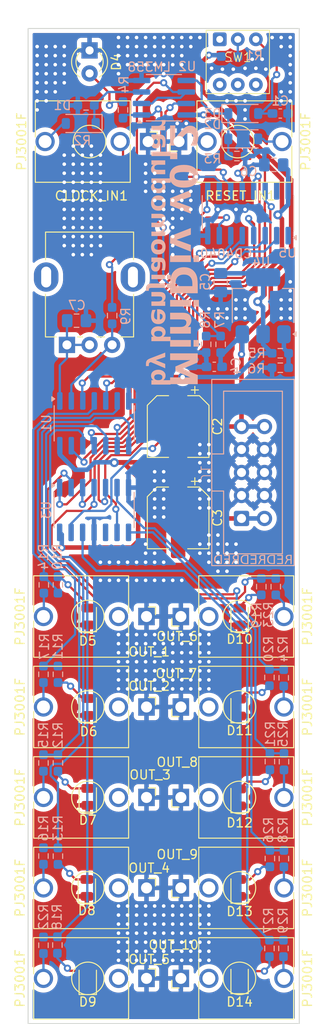
<source format=kicad_pcb>
(kicad_pcb (version 20240108) (generator "pcbnew") (generator_version "8.0")
  (title_block (title "MiniDiv") (rev "v0.2") (company "benjiaomodular"))
  (layers (0 "F.Cu" signal) (31 "B.Cu" signal) (34 "B.Paste" user) (35 "F.Paste" user) (36 "B.SilkS" user "B.Silkscreen") (37 "F.SilkS" user "F.Silkscreen") (38 "B.Mask" user) (39 "F.Mask" user) (44 "Edge.Cuts" user))
  (net 0 "")
  (net 1 "+12V")
  (net 2 "GND")
  (net 3 "Net-(D3-A)")
  (net 4 "Net-(D4-A)")
  (net 5 "+10V")
  (net 6 "Net-(D1-A)")
  (net 7 "Net-(C7-Pad1)")
  (net 8 "-12V")
  (net 9 "Net-(D1-K)")
  (net 10 "Net-(D2-A)")
  (net 11 "Net-(D2-K)")
  (net 12 "Net-(D5-A)")
  (net 13 "Net-(D6-A)")
  (net 14 "Net-(D7-A)")
  (net 15 "Net-(D8-A)")
  (net 16 "VREF")
  (net 17 "Net-(D9-A)")
  (net 18 "INT_CLOCK")
  (net 19 "Net-(D10-A)")
  (net 20 "Net-(D11-A)")
  (net 22 "Net-(D12-A)")
  (net 23 "Net-(D13-A)")
  (net 24 "Net-(D14-A)")
  (net 25 "Net-(OUT_1-PadT)")
  (net 26 "Net-(OUT_2-PadT)")
  (net 28 "Net-(OUT_4-PadT)")
  (net 31 "Net-(OUT_8-PadT)")
  (net 34 "Net-(OUT_3-PadT)")
  (net 35 "Net-(OUT_5-PadT)")
  (net 37 "Net-(OUT_6-PadT)")
  (net 39 "Net-(OUT_7-PadT)")
  (net 40 "Net-(SW1A-B)")
  (net 42 "/OUT_2")
  (net 43 "/OUT_4")
  (net 44 "/OUT_8")
  (net 45 "/OUT_16")
  (net 46 "/OUT_32")
  (net 47 "/OUT_64")
  (net 48 "/OUT_128")
  (net 49 "/OUT_256")
  (net 54 "Net-(U5-Q2)")
  (net 55 "Net-(U5-Q3)")
  (net 56 "Net-(U5-Q4)")
  (net 57 "Net-(U5-Q0)")
  (net 58 "Net-(U5-Q1)")
  (net 59 "/RESET")
  (net 60 "/CLOCK")
  (net 61 "Net-(OUT_9-PadT)")
  (net 62 "Net-(U5-Q5)")
  (net 63 "Net-(U5-Q7)")
  (net 65 "Net-(U5-Q6)")
  (net 66 "Net-(OUT_10-PadT)")
  (net 69 "Net-(U4-ADJ)")
  (net 70 "Net-(R9-Pad2)")
  (net 72 "Net-(U5-Q9)")
  (net 73 "/OUT_512")
  (net 74 "Net-(U5-Q8)")
  (net 75 "/OUT_1024")
  (footprint "benjiaomodular:AudioJack_3.5mm" (layer "F.Cu") (at 103.1 144 -90)
    (property "Reference" "OUT_4")
    (property "Value" "PJ3001F")
  )
  (footprint "benjiaomodular:AudioJack_3.5mm" (layer "F.Cu") (at 103.1 134 -90)
    (property "Reference" "OUT_3")
    (property "Value" "PJ3001F")
  )
  (footprint "benjiaomodular:Button_KFC7x7" (layer "F.Cu") (at 113.2 52.7)
    (property "Reference" "SW1")
    (property "Value" "SW_DPDT_x2")
  )
  (footprint "Capacitor_SMD:CP_Elec_6.3x4.5" (layer "F.Cu") (at 106.6 93 -90)
    (property "Reference" "C2")
    (property "Value" "22uF")
  )
  (footprint "LED_SMD:LED_0805_2012Metric" (layer "F.Cu") (at 113.4 134 90)
    (property "Reference" "D12")
    (property "Value" "LED")
  )
  (footprint "benjiaomodular:AudioJack_3.5mm" (layer "F.Cu") (at 106.9 154 90)
    (property "Reference" "OUT_10")
    (property "Value" "PJ3001F")
  )
  (footprint "LED_SMD:LED_0805_2012Metric" (layer "F.Cu") (at 113.4 114 90)
    (property "Reference" "D10")
    (property "Value" "LED")
  )
  (footprint "LED_THT:LED_D3.0mm" (layer "F.Cu") (at 96.8 51.425 -90)
    (property "Reference" "D4")
    (property "Value" "LED")
  )
  (footprint "LED_SMD:LED_0805_2012Metric" (layer "F.Cu") (at 96.6 154.1 90)
    (property "Reference" "D9")
    (property "Value" "LED")
  )
  (footprint "benjiaomodular:AudioJack_3.5mm" (layer "F.Cu") (at 103.1 124 -90)
    (property "Reference" "OUT_2")
    (property "Value" "PJ3001F")
  )
  (footprint "LED_SMD:LED_0805_2012Metric" (layer "F.Cu") (at 113.4 124.0625 90)
    (property "Reference" "D11")
    (property "Value" "LED")
  )
  (footprint "LED_SMD:LED_0805_2012Metric" (layer "F.Cu") (at 113.4 154 90)
    (property "Reference" "D14")
    (property "Value" "LED")
  )
  (footprint "benjiaomodular:AudioJack_3.5mm" (layer "F.Cu") (at 106.9 124 90)
    (property "Reference" "OUT_7")
    (property "Value" "PJ3001F")
  )
  (footprint "Capacitor_SMD:CP_Elec_6.3x4.5" (layer "F.Cu") (at 106.6 103.1 -90)
    (property "Reference" "C3")
    (property "Value" "22uF")
  )
  (footprint "benjiaomodular:AudioJack_3.5mm" (layer "F.Cu") (at 106.9 114 90)
    (property "Reference" "OUT_6")
    (property "Value" "PJ3001F")
  )
  (footprint "LED_SMD:LED_0805_2012Metric" (layer "F.Cu") (at 113.4 144 90)
    (property "Reference" "D13")
    (property "Value" "LED")
  )
  (footprint "benjiaomodular:AudioJack_3.5mm" (layer "F.Cu") (at 103.28 61.5 -90)
    (property "Reference" "CLOCK_IN1")
    (property "Value" "PJ3001F")
  )
  (footprint "benjiaomodular:AudioJack_3.5mm" (layer "F.Cu") (at 106.7 61.5 90)
    (property "Reference" "RESET_IN1")
    (property "Value" "PJ3001F")
  )
  (footprint "benjiaomodular:AudioJack_3.5mm" (layer "F.Cu") (at 106.9 134 90)
    (property "Reference" "OUT_8")
    (property "Value" "PJ3001F")
  )
  (footprint "LED_SMD:LED_0805_2012Metric" (layer "F.Cu") (at 96.6 133.9375 90)
    (property "Reference" "D7")
    (property "Value" "LED")
  )
  (footprint "LED_SMD:LED_0805_2012Metric" (layer "F.Cu") (at 96.5 144 90)
    (property "Reference" "D8")
    (property "Value" "LED")
  )
  (footprint "LED_SMD:LED_0805_2012Metric" (layer "F.Cu") (at 96.6 124 90)
    (property "Reference" "D6")
    (property "Value" "LED")
  )
  (footprint "benjiaomodular:AudioJack_3.5mm" (layer "F.Cu") (at 103.1 154 -90)
    (property "Reference" "OUT_5")
    (property "Value" "PJ3001F")
  )
  (footprint "benjiaomodular:Potentiometer_RV09" (layer "F.Cu") (at 94.3 83.975 90)
    (property "Reference" "RV1" (hide yes))
    (property "Value" "B100k")
  )
  (footprint "benjiaomodular:AudioJack_3.5mm" (layer "F.Cu") (at 106.9 144 90)
    (property "Reference" "OUT_9")
    (property "Value" "PJ3001F")
  )
  (footprint "benjiaomodular:AudioJack_3.5mm" (layer "F.Cu") (at 103.1 114 -90)
    (property "Reference" "OUT_1")
    (property "Value" "PJ3001F")
  )
  (footprint "LED_SMD:LED_0805_2012Metric" (layer "F.Cu") (at 96.6 114 90)
    (property "Reference" "D5")
    (property "Value" "LED")
  )
  (footprint "Resistor_SMD:R_0603_1608Metric_Pad0.98x0.95mm_HandSolder" (layer "B.Cu") (at 91.7 150.3375 90)
    (property "Reference" "R22")
    (property "Value" "1k")
  )
  (footprint "Capacitor_SMD:C_0805_2012Metric_Pad1.18x1.45mm_HandSolder" (layer "B.Cu") (at 111.3 77.1 -90)
    (property "Reference" "C5")
    (property "Value" "10uF")
  )
  (footprint "Capacitor_SMD:C_0603_1608Metric_Pad1.08x0.95mm_HandSolder" (layer "B.Cu") (at 110.6 86.4 180)
    (property "Reference" "C4")
    (property "Value" "100nF")
  )
  (footprint "Resistor_SMD:R_0603_1608Metric_Pad0.98x0.95mm_HandSolder" (layer "B.Cu") (at 91.7 120.3875 90)
    (property "Reference" "R17")
    (property "Value" "1k")
  )
  (footprint "Diode_SMD:D_SOD-123" (layer "B.Cu") (at 113.8 58.4)
    (property "Reference" "D3")
    (property "Value" "1N4148")
  )
  (footprint "benjiaomodular:Header_IDC2x05_NoArrow" (layer "B.Cu") (at 113.61 103.16)
    (property "Reference" "J1")
    (property "Value" "Conn_01x10_Pin")
  )
  (footprint "Resistor_SMD:R_0603_1608Metric_Pad0.98x0.95mm_HandSolder" (layer "B.Cu") (at 109.7 83.9125 90)
    (property "Reference" "R8")
    (property "Value" "33k")
  )
  (footprint "Resistor_SMD:R_0603_1608Metric_Pad0.98x0.95mm_HandSolder" (layer "B.Cu") (at 99.3 80.7375 -90)
    (property "Reference" "R9")
    (property "Value" "1k")
  )
  (footprint "Resistor_SMD:R_0603_1608Metric_Pad0.98x0.95mm_HandSolder" (layer "B.Cu") (at 96.4125 57.5)
    (property "Reference" "R2")
    (property "Value" "100k")
  )
  (footprint "Resistor_SMD:R_0603_1608Metric_Pad0.98x0.95mm_HandSolder" (layer "B.Cu") (at 100.5 58 90)
    (property "Reference" "R4")
    (property "Value" "10k")
  )
  (footprint "Resistor_SMD:R_0603_1608Metric_Pad0.98x0.95mm_HandSolder" (layer "B.Cu") (at 118.31 130.0425 90)
    (property "Reference" "R25")
    (property "Value" "1k")
  )
  (footprint "Resistor_SMD:R_0603_1608Metric_Pad0.98x0.95mm_HandSolder" (layer "B.Cu") (at 91.7 130.1875 90)
    (property "Reference" "R15")
    (property "Value" "1k")
  )
  (footprint "Resistor_SMD:R_0603_1608Metric_Pad0.98x0.95mm_HandSolder" (layer "B.Cu") (at 93.3 140.4875 -90)
    (property "Reference" "R13")
    (property "Value" "4.7k")
  )
  (footprint "Resistor_SMD:R_0603_1608Metric_Pad0.98x0.95mm_HandSolder" (layer "B.Cu") (at 93.24 150.3125 -90)
    (property "Reference" "R18")
    (property "Value" "4.7k")
  )
  (footprint "Diode_SMD:D_SOD-123" (layer "B.Cu") (at 113.8 61.2)
    (property "Reference" "D2")
    (property "Value" "1N4148")
  )
  (footprint "Resistor_SMD:R_0603_1608Metric_Pad0.98x0.95mm_HandSolder" (layer "B.Cu") (at 113.1 63.1 180)
    (property "Reference" "R3")
    (property "Value" "100k")
  )
  (footprint "Resistor_SMD:R_0603_1608Metric_Pad0.98x0.95mm_HandSolder" (layer "B.Cu") (at 117.9 86.5 180)
    (property "Reference" "R6")
    (property "Value" "3.3k")
  )
  (footprint "Capacitor_SMD:C_0603_1608Metric_Pad1.08x0.95mm_HandSolder" (layer "B.Cu") (at 117.9 58.4)
    (property "Reference" "C1")
    (property "Value" "100nF")
  )
  (footprint "Resistor_SMD:R_0603_1608Metric_Pad0.98x0.95mm_HandSolder" (layer "B.Cu") (at 91.74 110.5 90)
    (property "Reference" "R14")
    (property "Value" "1k")
  )
  (footprint "Resistor_SMD:R_0603_1608Metric_Pad0.98x0.95mm_HandSolder" (layer "B.Cu") (at 93.3 130.1875 -90)
    (property "Reference" "R12")
    (property "Value" "4.7k")
  )
  (footprint "Resistor_SMD:R_0603_1608Metric_Pad0.98x0.95mm_HandSolder" (layer "B.Cu") (at 111.3 83.9125 -90)
    (property "Reference" "R7")
    (property "Value" "100k")
  )
  (footprint "Resistor_SMD:R_0603_1608Metric_Pad0.98x0.95mm_HandSolder" (layer "B.Cu") (at 93.3 120.3875 -90)
    (property "Reference" "R11")
    (property "Value" "4.7k")
  )
  (footprint "Package_SO:SOIC-8_3.9x4.9mm_P1.27mm" (layer "B.Cu") (at 105.025 56.655)
    (property "Reference" "U2")
    (property "Value" "LM358")
  )
  (footprint "Resistor_SMD:R_0603_1608Metric_Pad0.98x0.95mm_HandSolder" (layer "B.Cu") (at 118.28 120.775 90)
    (property "Reference" "R24")
    (property "Value" "1k")
  )
  (footprint "Resistor_SMD:R_0603_1608Metric_Pad0.98x0.95mm_HandSolder" (layer "B.Cu") (at 115.8 110.7 -90)
    (property "Reference" "R19")
    (property "Value" "4.7k")
  )
  (footprint "Package_TO_SOT_SMD:SOT-223-3_TabPin2" (layer "B.Cu") (at 116 79.65 90)
    (property "Reference" "U4")
    (property "Value" "LM317_SOT-223")
  )
  (footprint "Resistor_SMD:R_0603_1608Metric_Pad0.98x0.95mm_HandSolder" (layer "B.Cu") (at 93.3 110.5 90)
    (property "Reference" "R10")
    (property "Value" "4.7k")
  )
  (footprint "Capacitor_SMD:C_0805_2012Metric_Pad1.18x1.45mm_HandSolder" (layer "B.Cu") (at 95.3625 81.3)
    (property "Reference" "C7")
    (property "Value" "10uF")
  )
  (footprint "Package_SO:SOIC-14_3.9x8.7mm_P1.27mm" (layer "B.Cu") (at 97.3 102.225 -90)
    (property "Reference" "U3")
    (property "Value" "40106")
  )
  (footprint "Diode_SMD:D_SOD-123" (layer "B.Cu") (at 95.825 59.5 180)
    (property "Reference" "D1")
    (property "Value" "1N4148")
  )
  (footprint "Resistor_SMD:R_0603_1608Metric_Pad0.98x0.95mm_HandSolder" (layer "B.Cu") (at 116.7 120.7375 -90)
    (property "Reference" "R20")
    (property "Value" "4.7k")
  )
  (footprint "Package_SO:SOIC-16_3.9x9.9mm_P1.27mm" (layer "B.Cu") (at 114.325 69.425 90)
    (property "Reference" "U5")
    (property "Value" "CD4040")
  )
  (footprint "Resistor_SMD:R_0603_1608Metric_Pad0.98x0.95mm_HandSolder" (layer "B.Cu") (at 117.4 110.7 90)
    (property "Reference" "R23")
    (property "Value" "1k")
  )
  (footprint "Resistor_SMD:R_0603_1608Metric_Pad0.98x0.95mm_HandSolder" (layer "B.Cu") (at 91.7 140.475 90)
    (property "Reference" "R16")
    (property "Value" "1k")
  )
  (footprint "Capacitor_SMD:C_0805_2012Metric_Pad1.18x1.45mm_HandSolder" (layer "B.Cu") (at 117.175 64.075 180)
    (property "Reference" "C6")
    (property "Value" "4.7uF")
  )
  (footprint "Resistor_SMD:R_0603_1608Metric_Pad0.98x0.95mm_HandSolder" (layer "B.Cu") (at 116.7 150.6875 -90)
    (property "Reference" "R27")
    (property "Value" "4.7k")
  )
  (footprint "Resistor_SMD:R_0603_1608Metric_Pad0.98x0.95mm_HandSolder" (layer "B.Cu") (at 112.3 52.1)
    (property "Reference" "R1")
    (property "Value" "10k")
  )
  (footprint "Resistor_SMD:R_0603_1608Metric_Pad0.98x0.95mm_HandSolder" (layer "B.Cu") (at 118.3 140.7625 90)
    (property "Reference" "R28")
    (property "Value" "1k")
  )
  (footprint "Resistor_SMD:R_0603_1608Metric_Pad0.98x0.95mm_HandSolder" (layer "B.Cu") (at 116.75 140.75 -90)
    (property "Reference" "R26")
    (property "Value" "4.7k")
  )
  (footprint "Resistor_SMD:R_0603_1608Metric_Pad0.98x0.95mm_HandSolder" (layer "B.Cu") (at 116.75 130.03 -90)
    (property "Reference" "R21")
    (property "Value" "4.7k")
  )
  (footprint "Resistor_SMD:R_0603_1608Metric_Pad0.98x0.95mm_HandSolder" (layer "B.Cu") (at 118.25 150.6875 90)
    (property "Reference" "R29")
    (property "Value" "1k")
  )
  (footprint "Package_SO:SOIC-14_3.9x8.7mm_P1.27mm" (layer "B.Cu") (at 97.32 92.645 -90)
    (property "Reference" "U1")
    (property "Value" "40106")
  )
  (footprint "Resistor_SMD:R_0603_1608Metric_Pad0.98x0.95mm_HandSolder" (layer "B.Cu") (at 117.9 84.9)
    (property "Reference" "R5")
    (property "Value" "470")
  )
  (gr_rect (start 90 49) (end 120 159) (stroke (width 0.1)) (fill none) (layer "Edge.Cuts"))
  (gr_text "REDREDRED" (at 119.3 108.37 0) (layer "B.SilkS") (effects (font (size 1 1)) (justify left bottom mirror)))
  (gr_text "MiniDiv v0.2" (at 105.2 88.7 270) (layer "B.SilkS") (effects (font (size 3 3) (thickness 0.6) (bold yes)) (justify left bottom mirror)))
  (gr_text "by benjiaomodular" (at 103.3 88.6 270) (layer "B.SilkS") (effects (font (size 2 2) (thickness 0.4) (bold yes)) (justify left bottom mirror)))
  (segment (start 113.61 93) (end 109.25 93) (width 0.5) (layer "F.Cu") (net 1))
  (segment (start 113.61 83.39) (end 113.61 85.01) (width 0.5) (layer "F.Cu") (net 1))
  (segment (start 119.1 65.7) (end 119.1 74.21231) (width 0.5) (layer "F.Cu") (net 1))
  (segment (start 109.3 52.65) (end 109.3 55.9) (width 0.5) (layer "F.Cu") (net 1))
  (segment (start 109.25 93) (end 108.2125 91.9625) (width 0.5) (layer "F.Cu") (net 1))
  (segment (start 116.85 80.15) (end 113.61 83.39) (width 0.5) (layer "F.Cu") (net 1))
  (segment (start 109.3 55.9) (end 119.1 65.7) (width 0.5) (layer "F.Cu") (net 1))
  (segment (start 119.1 74.21231) (end 116.85 76.46231) (width 0.5) (layer "F.Cu") (net 1))
  (segment (start 116.85 76.46231) (end 116.85 80.15) (width 0.5) (layer "F.Cu") (net 1))
  (segment (start 113.61 85.01) (end 113.61 93) (width 0.5) (layer "F.Cu") (net 1))
  (segment (start 110 51.95) (end 109.3 52.65) (width 0.5) (layer "F.Cu") (net 1))
  (segment (start 108.2125 91.9625) (end 106.6 91.9625) (width 0.5) (layer "F.Cu") (net 1))
  (via (at 113.61 85.01) (size 0.8) (drill 0.4) (layers "F.Cu" "B.Cu") (net 1))
  (via (at 110 51.95) (size 0.8) (drill 0.4) (layers "F.Cu" "B.Cu") (net 1))
  (segment (start 111.675 84.825) (end 113.7 82.8) (width 0.5) (layer "B.Cu") (net 1))
  (segment (start 110 51.95) (end 111.2375 51.95) (width 0.5) (layer "B.Cu") (net 1))
  (segment (start 113.7 84.92) (end 113.7 82.8) (width 0.5) (layer "B.Cu") (net 1))
  (segment (start 116.15 93) (end 113.61 93) (width 0.5) (layer "B.Cu") (net 1))
  (segment (start 111.3 86.2375) (end 111.4625 86.4) (width 0.5) (layer "B.Cu") (net 1))
  (segment (start 113.61 85.01) (end 113.7 84.92) (width 0.5) (layer "B.Cu") (net 1))
  (segment (start 111.3 84.825) (end 111.3 86.2375) (width 0.5) (layer "B.Cu") (net 1))
  (segment (start 111.3 84.825) (end 111.675 84.825) (width 0.5) (layer "B.Cu") (net 1))
  (segment (start 111.2375 51.95) (end 111.3875 52.1) (width 0.5) (layer "B.Cu") (net 1))
  (via (at 100 117) (size 0.8) (drill 0.4) (layers "F.Cu" "B.Cu") (net 2))
  (via (at 103 52) (size 0.8) (drill 0.4) (layers "F.Cu" "B.Cu") (net 2))
  (via (at 111 109) (size 0.8) (drill 0.4) (layers "F.Cu" "B.Cu") (net 2))
  (via (at 108 116) (size 0.8) (drill 0.4) (layers "F.Cu" "B.Cu") (net 2))
  (via (at 116.3 53.5) (size 0.8) (drill 0.4) (layers "F.Cu" "B.Cu") (net 2))
  (via (at 103 118) (size 0.8) (drill 0.4) (layers "F.Cu" "B.Cu") (net 2))
  (via (at 103 119) (size 0.8) (drill 0.4) (layers "F.Cu" "B.Cu") (net 2))
  (via (at 105 70) (size 0.8) (drill 0.4) (layers "F.Cu" "B.Cu") (net 2))
  (via (at 111 105) (size 0.8) (drill 0.4) (layers "F.Cu" "B.Cu") (net 2))
  (via (at 109 151) (size 0.8) (drill 0.4) (layers "F.Cu" "B.Cu") (net 2))
  (via (at 101 119) (size 0.8) (drill 0.4) (layers "F.Cu" "B.Cu") (net 2))
  (via (at 106 121) (size 0.8) (drill 0.4) (layers "F.Cu" "B.Cu") (net 2))
  (via (at 109 149) (size 0.8) (drill 0.4) (layers "F.Cu" "B.Cu") (net 2))
  (via (at 104 116) (size 0.8) (drill 0.4) (layers "F.Cu" "B.Cu") (net 2))
  (via (at 118 56) (size 0.8) (drill 0.4) (layers "F.Cu" "B.Cu") (net 2))
  (via (at 119 55) (size 0.8) (drill 0.4) (layers "F.Cu" "B.Cu") (net 2))
  (via (at 104 65) (size 0.8) (drill 0.4) (layers "F.Cu" "B.Cu") (net 2))
  (via (at 113 69) (size 0.8) (drill 0.4) (layers "F.Cu" "B.Cu") (net 2))
  (via (at 109 147) (size 0.8) (drill 0.4) (layers "F.Cu" "B.Cu") (net 2))
  (via (at 114 69) (size 0.8) (drill 0.4) (layers "F.Cu" "B.Cu") (net 2))
  (via (at 102 52) (size 0.8) (drill 0.4) (layers "F.Cu" "B.Cu") (net 2))
  (via (at 102 119) (size 0.8) (drill 0.4) (layers "F.Cu" "B.Cu") (net 2))
  (via (at 100 53) (size 0.8) (drill 0.4) (layers "F.Cu" "B.Cu") (net 2))
  (via (at 107 52) (size 0.8) (drill 0.4) (layers "F.Cu" "B.Cu") (net 2))
  (via (at 112 106) (size 0.8) (drill 0.4) (layers "F.Cu" "B.Cu") (net 2))
  (via (at 114.8 52.4) (size 0.8) (drill 0.4) (layers "F.Cu" "B.Cu") (net 2))
  (via (at 104.964016 119.988253) (size 0.8) (drill 0.4) (layers "F.Cu" "B.Cu") (net 2))
  (via (at 91 52) (size 0.8) (drill 0.4) (layers "F.Cu" "B.Cu") (net 2))
  (via (at 107 121) (size 0.8) (drill 0.4) (layers "F.Cu" "B.Cu") (net 2))
  (via (at 97 74) (size 0.8) (drill 0.4) (layers "F.Cu" "B.Cu") (net 2))
  (via (at 104 148) (size 0.8) (drill 0.4) (layers "F.Cu" "B.Cu") (net 2))
  (via (at 98 71) (size 0.8) (drill 0.4) (layers "F.Cu" "B.Cu") (net 2))
  (via (at 96 64) (size 0.8) (drill 0.4) (layers "F.Cu" "B.Cu") (net 2))
  (via (at 106 117) (size 0.8) (drill 0.4) (layers "F.Cu" "B.Cu") (net 2))
  (via (at 105 66) (size 0.8) (drill 0.4) (layers "F.Cu" "B.Cu") (net 2))
  (via (at 106 150) (size 0.8) (drill 0.4) (layers "F.Cu" "B.Cu") (net 2))
  (via (at 118 81) (size 0.8) (drill 0.4) (layers "F.Cu" "B.Cu") (net 2))
  (via (at 103 146) (size 0.8) (drill 0.4) (layers "F.Cu" "B.Cu") (net 2))
  (via (at 102 53) (size 0.8) (drill 0.4) (layers "F.Cu" "B.Cu") (net 2))
  (via (at 95 73) (size 0.8) (drill 0.4) (layers "F.Cu" "B.Cu") (net 2))
  (via (at 104.964016 116.988253) (size 0.8) (drill 0.4) (layers "F.Cu" "B.Cu") (net 2))
  (via (at 104 51) (size 0.8) (drill 0.4) (layers "F.Cu" "B.Cu") (net 2))
  (via (at 102 120) (size 0.8) (drill 0.4) (layers "F.Cu" "B.Cu") (net 2))
  (via (at 108 51) (size 0.8) (drill 0.4) (layers "F.Cu" "B.Cu") (net 2))
  (via (at 107 67) (size 0.8) (drill 0.4) (layers "F.Cu" "B.Cu") (net 2))
  (via (at 91 55) (size 0.8) (drill 0.4) (layers "F.Cu" "B.Cu") (net 2))
  (via (at 106 151) (size 0.8) (drill 0.4) (layers "F.Cu" "B.Cu") (net 2))
  (via (at 106 73) (size 0.8) (drill 0.4) (layers "F.Cu" "B.Cu") (net 2))
  (via (at 95 66) (size 0.8) (drill 0.4) (layers "F.Cu" "B.Cu") (net 2))
  (via (at 110 102) (size 0.8) (drill 0.4) (layers "F.Cu" "B.Cu") (net 2))
  (via (at 110 117) (size 0.8) (drill 0.4) (layers "F.Cu" "B.Cu") (net 2))
  (via (at 104 68) (size 0.8) (drill 0.4) (layers "F.Cu" "B.Cu") (net 2))
  (via (at 119 57) (size 0.8) (drill 0.4) (layers "F.Cu" "B.Cu") (net 2))
  (via (at 102 149) (size 0.8) (drill 0.4) (layers "F.Cu" "B.Cu") (net 2))
  (via (at 94 52) (size 0.8) (drill 0.4) (layers "F.Cu" "B.Cu") (net 2))
  (via (at 101 150) (size 0.8) (drill 0.4) (layers "F.Cu" "B.Cu") (net 2))
  (via (at 94 69) (size 0.8) (drill 0.4) (layers "F.Cu" "B.Cu") (net 2))
  (via (at 103 116) (size 0.8) (drill 0.4) (layers "F.Cu" "B.Cu") (net 2))
  (via (at 98 63) (size 0.8) (drill 0.4) (layers "F.Cu" "B.Cu") (net 2))
  (via (at 98 64) (size 0.8) (drill 0.4) (layers "F.Cu" "B.Cu") (net 2))
  (via (at 109 121) (size 0.8) (drill 0.4) (layers "F.Cu" "B.Cu") (net 2))
  (via (at 104.964016 117.988253) (size 0.8) (drill 0.4) (layers "F.Cu" "B.Cu") (net 2))
  (via (at 106 122) (size 0.8) (drill 0.4) (layers "F.Cu" "B.Cu") (net 2))
  (via (at 119 51) (size 0.8) (drill 0.4) (layers "F.Cu" "B.Cu") (net 2))
  (via (at 113 80) (size 0.8) (drill 0.4) (layers "F.Cu" "B.Cu") (net 2))
  (via (at 95 72) (size 0.8) (drill 0.4) (layers "F.Cu" "B.Cu") (net 2))
  (via (at 109 99) (size 0.8) (drill 0.4) (layers "F.Cu" "B.Cu") (net 2))
  (via (at 108 149) (size 0.8) (drill 0.4) (layers "F.Cu" "B.Cu") (net 2))
  (via (at 104 110) (size 0.8) (drill 0.4) (layers "F.Cu" "B.Cu") (net 2))
  (via (at 107 119) (size 0.8) (drill 0.4) (layers "F.Cu" "B.Cu") (net 2))
  (via (at 100 54) (size 0.8) (drill 0.4) (layers "F.Cu" "B.Cu") (net 2))
  (via (at 110 107) (size 0.8) (drill 0.4) (layers "F.Cu" "B.Cu") (net 2))
  (via (at 94 51) (size 0.8) (drill 0.4) (layers "F.Cu" "B.Cu") (net 2))
  (via (at 97 73) (size 0.8) (drill 0.4) (layers "F.Cu" "B.Cu") (net 2))
  (via (at 110 101) (size 0.8) (drill 0.4) (layers "F.Cu" "B.Cu") (net 2))
  (via (at 107 53) (size 0.8) (drill 0.4) (layers "F.Cu" "B.Cu") (net 2))
  (via (at 100 149) (size 0.8) (drill 0.4) (layers "F.Cu" "B.Cu") (net 2))
  (via (at 101 122) (size 0.8) (drill 0.4) (layers "F.Cu" "B.Cu") (net 2))
  (via (at 114 53.4) (size 0.8) (drill 0.4) (layers "F.Cu" "B.Cu") (net 2))
  (via (at 109 98) (size 0.8) (drill 0.4) (layers "F.Cu" "B.Cu") (net 2))
  (via (at 113 57) (size 0.8) (drill 0.4) (layers "F.Cu" "B.Cu") (net 2))
  (via (at 107.5 59.5) (size 0.8) (drill 0.4) (layers "F.Cu" "B.Cu") (net 2))
  (via (at 109 106) (size 0.8) (drill 0.4) (layers "F.Cu" "B.Cu") (net 2))
  (via (at 104 151) (size 0.8) (drill 0.4) (layers "F.Cu" "B.Cu") (net 2))
  (via (at 104 150) (size 0.8) (drill 0.4) (layers "F.Cu" "B.Cu") (net 2))
  (via (at 104 108) (size 0.8) (drill 0.4) (layers "F.Cu" "B.Cu") (net 2))
  (via (at 110 98) (size 0.8) (drill 0.4) (layers "F.Cu" "B.Cu") (net 2))
  (via (at 100 52) (size 0.8) (drill 0.4) (layers "F.Cu" "B.Cu") (net 2))
  (via (at 94 65) (size 0.8) (drill 0.4) (layers "F.Cu" "B.Cu") (net 2))
  (via (at 107 50) (size 0.8) (drill 0.4) (layers "F.Cu" "B.Cu") (net 2))
  (via (at 110 99) (size 0.8) (drill 0.4) (layers "F.Cu" "B.Cu") (net 2))
  (via (at 96 72) (size 0.8) (drill 0.4) (layers "F.Cu" "B.Cu") (net 2))
  (via (at 106 68) (size 0.8) (drill 0.4) (layers "F.Cu" "B.Cu") (net 2))
  (via (at 94 67) (size 0.8) (drill 0.4) (layers "F.Cu" "B.Cu") (net 2))
  (via (at 92 57) (size 0.8) (drill 0.4) (layers "F.Cu" "B.Cu") (net 2))
  (via (at 105 110) (size 0.8) (drill 0.4) (layers "F.Cu" "B.Cu") (net 2))
  (via (at 107 110) (size 0.8) (drill 0.4) (layers "F.Cu" "B.Cu") (net 2))
  (via (at 106 152) (size 0.8) (drill 0.4) (layers "F.Cu" "B.Cu") (net 2))
  (via (at 104 149) (size 0.8) (drill 0.4) (layers "F.Cu" "B.Cu") (net 2))
  (via (at 102 108) (size 0.8) (drill 0.4) (layers "F.Cu" "B.Cu") (net 2))
  (via (at 112 107) (size 0.8) (drill 0.4) (layers "F.Cu" "B.Cu") (net 2))
  (via (at 95 67) (size 0.8) (drill 0.4) (layers "F.Cu" "B.Cu") (net 2))
  (via (at 100 122) (size 0.8) (drill 0.4) (layers "F.Cu" "B.Cu") (net 2))
  (via (at 106.5 59.5) (size 0.8) (drill 0.4) (layers "F.Cu" "B.Cu") (net 2))
  (via (at 96 71) (size 0.8) (drill 0.4) (layers "F.Cu" "B.Cu") (net 2))
  (via (at 104 100) (size 0.8) (drill 0.4) (layers "F.Cu" "B.Cu") (net 2))
  (via (at 106 116) (size 0.8) (drill 0.4) (layers "F.Cu" "B.Cu") (net 2))
  (via (at 108 152) (size 0.8) (drill 0.4) (layers "F.Cu" "B.Cu") (net 2))
  (via (at 110 96) (size 0.8) (drill 0.4) (layers "F.Cu" "B.Cu") (net 2))
  (via (at 110 146) (size 0.8) (drill 0.4) (layers "F.Cu" "B.Cu") (net 2))
  (via (at 100 148) (size 0.8) (drill 0.4) (layers "F.Cu" "B.Cu") (net 2))
  (via (at 108 120) (size 0.8) (drill 0.4) (layers "F.Cu" "B.Cu") (net 2))
  (via (at 110 118) (size 0.8) (drill 0.4) (layers "F.Cu" "B.Cu") (net 2))
  (via (at 107 117) (size 0.8) (drill 0.4) (layers "F.Cu" "B.Cu") (net 2))
  (via (at 94 70) (size 0.8) (drill 0.4) (layers "F.Cu" "B.Cu") (net 2))
  (via (at 96 73) (size 0.8) (drill 0.4) (layers "F.Cu" "B.Cu") (net 2))
  (via (at 110 151) (size 0.8) (drill 0.4) (layers "F.Cu" "B.Cu") (net 2))
  (via (at 104.964016 118.988253) (size 0.8) (drill 0.4) (layers "F.Cu" "B.Cu") (net 2))
  (via (at 104 146) (size 0.8) (drill 0.4) (layers "F.Cu" "B.Cu") (net 2))
  (via (at 100 150) (size 0.8) (drill 0.4) (layers "F.Cu" "B.Cu") (net 2))
  (via (at 105 146) (size 0.8) (drill 0.4) (layers "F.Cu" "B.Cu") (net 2))
  (via (at 109 120) (size 0.8) (drill 0.4) (layers "F.Cu" "B.Cu") (net 2))
  (via (at 101 53) (size 0.8) (drill 0.4) (layers "F.Cu" "B.Cu") (net 2))
  (via (at 109 150) (size 0.8) (drill 0.4) (layers "F.Cu" "B.Cu") (net 2))
  (via (at 108 122) (size 0.8) (drill 0.4) (layers "F.Cu" "B.Cu") (net 2))
  (via (at 109 118) (size 0.8) (drill 0.4) (layers "F.Cu" "B.Cu") (net 2))
  (via (at 101 149) (size 0.8) (drill 0.4) (layers "F.Cu" "B.Cu") (net 2))
  (via (at 97 64) (size 0.8) (drill 0.4) (layers "F.Cu" "B.Cu") (net 2))
  (via (at 108 67) (size 0.8) (drill 0.4) (layers "F.Cu" "B.Cu") (net 2))
  (via (at 95 65) (size 0.8) (drill 0.4) (layers "F.Cu" "B.Cu") (net 2))
  (via (at 101 146) (size 0.8) (drill 0.4) (layers "F.Cu" "B.Cu") (net 2))
  (via (at 109 102) (size 0.8) (drill 0.4) (layers "F.Cu" "B.Cu") (net 2))
  (via (at 91 56) (size 0.8) (drill 0.4) (layers "F.Cu" "B.Cu") (net 2))
  (via (at 106 120) (size 0.8) (drill 0.4) (layers "F.Cu" "B.Cu") (net 2))
  (via (at 94 72) (size 0.8) (drill 0.4) (layers "F.Cu" "B.Cu") (net 2))
  (via (at 101 147) (size 0.8) (drill 0.4) (layers "F.Cu" "B.Cu") (net 2))
  (via (at 106 53) (size 0.8) (drill 0.4) (layers "F.Cu" "B.Cu") (net 2))
  (via (at 103 108) (size 0.8) (drill 0.4) (layers "F.Cu" "B.Cu") (net 2))
  (via (at 103 152) (size 0.8) (drill 0.4) (layers "F.Cu" "B.Cu") (net 2))
  (via (at 97 66) (size 0.8) (drill 0.4) (layers "F.Cu" "B.Cu") (net 2))
  (via (at 113 106) (size 0.8) (drill 0.4) (layers "F.Cu" "B.Cu") (net 2))
  (via (at 97 71) (size 0.8) (drill 0.4) (layers "F.Cu" "B.Cu") (net 2))
  (via (at 91 54) (size 0.8) (drill 0.4) (layers "F.Cu" "B.Cu") (net 2))
  (via (at 110 105) (size 0.8) (drill 0.4) (layers "F.Cu" "B.Cu") (net 2))
  (via (at 94 68) (size 0.8) (drill 0.4) (layers "F.Cu" "B.Cu") (net 2))
  (via (at 92 54) (size 0.8) (drill 0.4) (layers "F.Cu" "B.Cu") (net 2))
  (via (at 103 53) (size 0.8) (drill 0.4) (layers "F.Cu" "B.Cu") (net 2))
  (via (at 93 56) (size 0.8) (drill 0.4) (layers "F.Cu" "B.Cu") (net 2))
  (via (at 98 72) (size 0.8) (drill 0.4) (layers "F.Cu" "B.Cu") (net 2))
  (via (at 106 72) (size 0.8) (drill 0.4) (layers "F.Cu" "B.Cu") (net 2))
  (via (at 105 99) (size 0.8) (drill 0.4) (layers "F.Cu" "B.Cu") (net 2))
  (via (at 105 150) (size 0.8) (drill 0.4) (layers "F.Cu" "B.Cu") (net 2))
  (via (at 105 151) (size 0.8) (drill 0.4) (layers "F.Cu" "B.Cu") (net 2))
  (via (at 119 52) (size 0.8) (drill 0.4) (layers "F.Cu" "B.Cu") (net 2))
  (via (at 105 69) (size 0.8) (drill 0.4) (layers "F.Cu" "B.Cu") (net 2))
  (via (at 104 122) (size 0.8) (drill 0.4) (layers "F.Cu" "B.Cu") (net 2))
  (via (at 110 120) (size 0.8) (drill 0.4) (layers "F.Cu" "B.Cu") (net 2))
  (via (at 118 51) (size 0.8) (drill 0.4) (layers "F.Cu" "B.Cu") (net 2))
  (via (at 110 95) (size 0.8) (drill 0.4) (layers "F.Cu" "B.Cu") (net 2))
  (via (at 102 117) (size 0.8) (drill 0.4) (layers "F.Cu" "B.Cu") (net 2))
  (via (at 111.5 53.5) (size 0.8) (drill 0.4) (layers "F.Cu" "B.Cu") (net 2))
  (via (at 104 52) (size 0.8) (drill 0.4) (layers "F.Cu" "B.Cu") (net 2))
  (via (at 99 110) (size 0.8) (drill 0.4) (layers "F.Cu" "B.Cu") (net 2))
  (via (at 100 120) (size 0.8) (drill 0.4) (layers "F.Cu" "B.Cu") (net 2))
  (via (at 98 69) (size 0.8) (drill 0.4) (layers "F.Cu" "B.Cu") (net 2))
  (via (at 108 117) (size 0.8) (drill 0.4) (layers "F.Cu" "B.Cu") (net 2))
  (via (at 101 51) (size 0.8) (drill 0.4) (layers "F.Cu" "B.Cu") (net 2))
  (via (at 100 110) (size 0.8) (drill 0.4) (layers "F.Cu" "B.Cu") (net 2))
  (via (at 105 152) (size 0.8) (drill 0.4) (layers "F.Cu" "B.Cu") (net 2))
  (via (at 109 101) (size 0.8) (drill 0.4) (layers "F.Cu" "B.Cu") (net 2))
  (via (at 110 150) (size 0.8) (drill 0.4) (layers "F.Cu" "B.Cu") (net 2))
  (via (at 104 117) (size 0.8) (drill 0.4) (layers "F.Cu" "B.Cu") (net 2))
  (via (at 94 53) (size 0.8) (drill 0.4) (layers "F.Cu" "B.Cu") (net 2))
  (via (at 105 103) (size 0.8) (drill 0.4) (layers "F.Cu" "B.Cu") (net 2))
  (via (at 96 66) (size 0.8) (drill 0.4) (layers "F.Cu" "B.Cu") (net 2))
  (via (at 106 70) (size 0.8) (drill 0.4) (layers "F.Cu" "B.Cu") (net 2))
  (via (at 107 68) (size 0.8) (drill 0.4) (layers "F.Cu" "B.Cu") (net 2))
  (via (at 106 71) (size 0.8) (drill 0.4) (layers "F.Cu" "B.Cu") (net 2))
  (via (at 97 62) (size 0.8) (drill 0.4) (layers "F.Cu" "B.Cu") (net 2))
  (via (at 107 118) (size 0.8) (drill 0.4) (layers "F.Cu" "B.Cu") (net 2))
  (via (at 108 119) (size 0.8) (drill 0.4) (layers "F.Cu" "B.Cu") (net 2))
  (via (at 105 52) (size 0.8) (drill 0.4) (layers "F.Cu" "B.Cu") (net 2))
  (via (at 118 57) (size 0.8) (drill 0.4) (layers "F.Cu" "B.Cu") (net 2))
  (via (at 107 122) (size 0.8) (drill 0.4) (layers "F.Cu" "B.Cu") (net 2))
  (via (at 97 67) (size 0.8) (drill 0.4) (layers "F.Cu" "B.Cu") (net 2))
  (via (at 102 150) (size 0.8) (drill 0.4) (layers "F.Cu" "B.Cu") (net 2))
  (via (at 110 116) (size 0.8) (drill 0.4) (layers "F.Cu" "B.Cu") (net 2))
  (via (at 118 80) (size 0.8) (drill 0.4) (layers "F.Cu" "B.Cu") (net 2))
  (via (at 100 51) (size 0.8) (drill 0.4) (layers "F.Cu" "B.Cu") (net 2))
  (via (at 103 64) (size 0.8) (drill 0.4) (layers "F.Cu" "B.Cu") (net 2))
  (via (at 105 149) (size 0.8) (drill 0.4) (layers "F.Cu" "B.Cu") (net 2))
  (via (at 98 73) (size 0.8) (drill 0.4) (layers "F.Cu" "B.Cu") (net 2))
  (via (at 107 120) (size 0.8) (drill 0.4) (layers "F.Cu" "B.Cu") (net 2))
  (via (at 97 65) (size 0.8) (drill 0.4) (layers "F.Cu" "B.Cu") (net 2))
  (via (at 103 65) (size 0.8) (drill 0.4) (layers "F.Cu" "B.Cu") (net 2))
  (via (at 115.9 52.4) (size 0.8) (drill 0.4) (layers "F.Cu" "B.Cu") (net 2))
  (via (at 92 53) (size 0.8) (drill 0.4) (layers "F.Cu" "B.Cu") (net 2))
  (via (at 105 68) (size 0.8) (drill 0.4) (layers "F.Cu" "B.Cu") (net 2))
  (via (at 95 64) (size 0.8) (drill 0.4) (layers "F.Cu" "B.Cu") (net 2))
  (via (at 113 108) (size 0.8) (drill 0.4) (layers "F.Cu" "B.Cu") (net 2))
  (via (at 109 95) (size 0.8) (drill 0.4) (layers "F.Cu" "B.Cu") (net 2))
  (via (at 105 102) (size 0.8) (drill 0.4) (layers "F.Cu" "B.Cu") (net 2))
  (via (at 102 118) (size 0.8) (drill 0.4) (layers "F.Cu" "B.Cu") (net 2))
  (via (at 96 74) (size 0.8) (drill 0.4) (layers "F.Cu" "B.Cu") (net 2))
  (via (at 106 69) (size 0.8) (drill 0.4) (layers "F.Cu" "B.Cu") (net 2))
  (via (at 97 69) (size 0.8) (drill 0.4) (layers "F.Cu" "B.Cu") (net 2))
  (via (at 104.964016 121.988253) (size 0.8) (drill 0.4) (layers "F.Cu" "B.Cu") (net 2))
  (via (at 104 98) (size 0.8) (drill 0.4) (layers "F.Cu" "B.Cu") (net 2))
  (via (at 119 56) (size 0.8) (drill 0.4) (layers "F.Cu" "B.Cu") (net 2))
  (via (at 100 50) (size 0.8) (drill 0.4) (layers "F.Cu" "B.Cu") (net 2))
  (via (at 119 78) (size 0.8) (drill 0.4) (layers "F.Cu" "B.Cu") (net 2))
  (via (at 100 116) (size 0.8) (drill 0.4) (layers "F.Cu" "B.Cu") (net 2))
  (via (at 93 53) (size 0.8) (drill 0.4) (layers "F.Cu" "B.Cu") (net 2))
  (via (at 108 69) (size 0.8) (drill 0.4) (layers "F.Cu" "B.Cu") (net 2))
  (via (at 108 151) (size 0.8) (drill 0.4) (layers "F.Cu" "B.Cu") (net 2))
  (via (at 109 107) (size 0.8) (drill 0.4) (layers "F.Cu" "B.Cu") (net 2))
  (via (at 103 117) (size 0.8) (drill 0.4) (layers "F.Cu" "B.Cu") (net 2))
  (via (at 112 81) (size 0.8) (drill 0.4) (layers "F.Cu" "B.Cu") (net 2))
  (via (at 108 146) (size 0.8) (drill 0.4) (layers "F.Cu" "B.Cu") (net 2))
  (via (at 95 68) (size 0.8) (drill 0.4) (layers "F.Cu" "B.Cu") (net 2))
  (via (at 107 150) (size 0.8) (drill 0.4) (layers "F.Cu" "B.Cu") (net 2))
  (via (at 93 52) (size 0.8) (drill 0.4) (layers "F.Cu" "B.Cu") (net 2))
  (via (at 93 51) (size 0.8) (drill 0.4) (layers "F.Cu" "B.Cu") (net 2))
  (via (at 104 119) (size 0.8) (drill 0.4) (layers "F.Cu" "B.Cu") (net 2))
  (via (at 92 51) (size 0.8) (drill 0.4) (layers "F.Cu" "B.Cu") (net 2))
  (via (at 114 59) (size 0.8) (drill 0.4) (layers "F.Cu" "B.Cu") (net 2))
  (via (at 109 97) (size 0.8) (drill 0.4) (layers "F.Cu" "B.Cu") (net 2))
  (via (at 110 121) (size 0.8) (drill 0.4) (layers "F.Cu" "B.Cu") (net 2))
  (via (at 99 108) (size 0.8) (drill 0.4) (layers "F.Cu" "B.Cu") (net 2))
  (via (at 104 53) (size 0.8) (drill 0.4) (layers "F.Cu" "B.Cu") (net 2))
  (via (at 104 121) (size 0.8) (drill 0.4) (layers "F.Cu" "B.Cu") (net 2))
  (via (at 104 101) (size 0.8) (drill 0.4) (layers "F.Cu" "B.Cu") (net 2))
  (via (at 106 148) (size 0.8) (drill 0.4) (layers "F.Cu" "B.Cu") (net 2))
  (via (at 103 120) (size 0.8) (drill 0.4) (layers "F.Cu" "B.Cu") (net 2))
  (via (at 94 64) (size 0.8) (drill 0.4) (layers "F.Cu" "B.Cu") (net 2))
  (via (at 105 147) (size 0.8) (drill 0.4) (layers "F.Cu" "B.Cu") (net 2))
  (via (at 98 70) (size 0.8) (drill 0.4) (layers "F.Cu" "B.Cu") (net 2))
  (via (at 101 151) (size 0.8) (drill 0.4) (layers "F.Cu" "B.Cu") (net 2))
  (via (at 107 70) (size 0.8) (drill 0.4) (layers "F.Cu" "B.Cu") (net 2))
  (via (at 105 51) (size 0.8) (drill 0.4) (layers "F.Cu" "B.Cu") (net 2))
  (via (at 103 50) (size 0.8) (drill 0.4) (layers "F.Cu" "B.Cu") (net 2))
  (via (at 105 67) (size 0.8) (drill 0.4) (layers "F.Cu" "B.Cu") (net 2))
  (via (at 111 107) (size 0.8) (drill 0.4) (layers "F.Cu" "B.Cu") (net 2))
  (via (at 110 100) (size 0.8) (drill 0.4) (layers "F.Cu" "B.Cu") (net 2))
  (via (at 91 57) (size 0.8) (drill 0.4) (layers "F.Cu" "B.Cu") (net 2))
  (via (at 104 102) (size 0.8) (drill 0.4) (layers "F.Cu" "B.Cu") (net 2))
  (via (at 104 103) (size 0.8) (drill 0.4) (layers "F.Cu" "B.Cu") (net 2))
  (via (at 110.3 53.4) (size 0.8) (drill 0.4) (layers "F.Cu" "B.Cu") (net 2))
  (via (at 107 51) (size 0.8) (drill 0.4) (layers "F.Cu" "B.Cu") (net 2))
  (via (at 109 100) (size 0.8) (drill 0.4) (layers "F.Cu" "B.Cu") (net 2))
  (via (at 111 108) (size 0.8) (drill 0.4) (layers "F.Cu" "B.Cu") (net 2))
  (via (at 106 52) (size 0.8) (drill 0.4) (layers "F.Cu" "B.Cu") (net 2))
  (via (at 96 69) (size 0.8) (drill 0.4) (layers "F.Cu" "B.Cu") (net 2))
  (via (at 106 110) (size 0.8) (drill 0.4) (layers "F.Cu" "B.Cu") (net 2))
  (via (at 112 108) (size 0.8) (drill 0.4) (layers "F.Cu" "B.Cu") (net 2))
  (via (at 101 148) (size 0.8) (drill 0.4) (layers "F.Cu" "B.Cu") (net 2))
  (via (at 101 50) (size 0.8) (drill 0.4) (layers "F.Cu" "B.Cu") (net 2))
  (via (at 91 58) (size 0.8) (drill 0.4) (layers "F.Cu" "B.Cu") (net 2))
  (via (at 100 146) (size 0.8) (drill 0.4) (layers "F.Cu" "B.Cu") (net 2))
  (via (at 109 116) (size 0.8) (drill 0.4) (layers "F.Cu" "B.Cu") (net 2))
  (via (at 102 51) (size 0.8) (drill 0.4) (layers "F.Cu" "B.Cu") (net 2))
  (via (at 94 71) (size 0.8) (drill 0.4) (layers "F.Cu" "B.Cu") (net 2))
  (via (at 96 62) (size 0.8) (drill 0.4) (layers "F.Cu" "B.Cu") (net 2))
  (via (at 94 55) (size 0.8) (drill 0.4) (layers "F.Cu" "B.Cu") (net 2))
  (via (at 110 80) (size 0.8) (drill 0.4) (layers "F.Cu" "B.Cu") (net 2))
  (via (at 93 55) (size 0.8) (drill 0.4) (layers "F.Cu" "B.Cu") (net 2))
  (via (at 114 79) (size 0.8) (drill 0.4) (layers "F.Cu" "B.Cu") (net 2))
  (via (at 104 66) (size 0.8) (drill 0.4) (layers "F.Cu" "B.Cu") (net 2))
  (via (at 100 121) (size 0.8) (drill 0.4) (layers "F.Cu" "B.Cu") (net 2))
  (via (at 101 120) (size 0.8) (drill 0.4) (layers "F.Cu" "B.Cu") (net 2))
  (via (at 92 56) (size 0.8) (drill 0.4) (layers "F.Cu" "B.Cu") (net 2))
  (via (at 119 80) (size 0.8) (drill 0.4) (layers "F.Cu" "B.Cu") (net 2))
  (via (at 106 50) (size 0.8) (drill 0.4) (layers "F.Cu" "B.Cu") (net 2))
  (via (at 107 151) (size 0.8) (drill 0.4) (layers "F.Cu" "B.Cu") (net 2))
  (via (at 101 152) (size 0.8) (drill 0.4) (layers "F.Cu" "B.Cu") (net 2))
  (via (at 100 108) (size 0.8) (drill 0.4) (layers "F.Cu" "B.Cu") (net 2))
  (via (at 91 53) (size 0.8) (drill 0.4) (layers "F.Cu" "B.Cu") (net 2))
  (via (at 104 50) (size 0.8) (drill 0.4) (layers "F.Cu" "B.Cu") (net 2))
  (via (at 111 106) (size 0.8) (drill 0.4) (layers "F.Cu" "B.Cu") (net 2))
  (via (at 96 70) (size 0.8) (drill 0.4) (layers "F.Cu" "B.Cu") (net 2))
  (via (at 110 147) (size 0.8) (drill 0.4) (layers "F.Cu" "B.Cu") (net 2))
  (via (at 102 110) (size 0.8) (drill 0.4) (layers "F.Cu" "B.Cu") (net 2))
  (via (at 102 116) (size 0.8) (drill 0.4) (layers "F.Cu" "B.Cu") (net 2))
  (via (at 110 148) (size 0.8) (drill 0.4) (layers "F.Cu" "B.Cu") (net 2))
  (via (at 108 150) (size 0.8) (drill 0.4) (layers "F.Cu" "B.Cu") (net 2))
  (via (at 114 58) (size 0.8) (drill 0.4) (layers "F.Cu" "B.Cu") (net 2))
  (via (at 119 50) (size 0.8) (drill 0.4) (layers "F.Cu" "B.Cu") (net 2))
  (via (at 104.964016 120.988253) (size 0.8) (drill 0.4) (layers "F.Cu" "B.Cu") (net 2))
  (via (at 103 148) (size 0.8) (drill 0.4) (layers "F.Cu" "B.Cu") (net 2))
  (via (at 109 117) (size 0.8) (drill 0.4) (layers "F.Cu" "B.Cu") (net 2))
  (via (at 103 107) (size 0.8) (drill 0.4) (layers "F.Cu" "B.Cu") (net 2))
  (via (at 112 109) (size 0.8) (drill 0.4) (layers "F.Cu" "B.Cu") (net 2))
  (via (at 100 152) (size 0.8) (drill 0.4) (layers "F.Cu" "B.Cu") (net 2))
  (via (at 106 146) (size 0.8) (drill 0.4) (layers "F.Cu" "B.Cu") (net 2))
  (via (at 108 68) (size 0.8) (drill 0.4) (layers "F.Cu" "B.Cu") (net 2))
  (via (at 104.964016 115.988253) (size 0.8) (drill 0.4) (layers "F.Cu" "B.Cu") (net 2))
  (via (at 95 70) (size 0.8) (drill 0.4) (layers "F.Cu" "B.Cu") (net 2))
  (via (at 111 69) (size 0.8) (drill 0.4) (layers "F.Cu" "B.Cu") (net 2))
  (via (at 111 80) (size 0.8) (drill 0.4) (layers "F.Cu" "B.Cu") (net 2))
  (via (at 105 54) (size 0.8) (drill 0.4) (layers "F.Cu" "B.Cu") (net 2))
  (via (at 95 74) (size 0.8) (drill 0.4) (layers "F.Cu" "B.Cu") (net 2))
  (via (at 112 57) (size 0.8) (drill 0.4) (layers "F.Cu" "B.Cu") (net 2))
  (via (at 105 100) (size 0.8) (drill 0.4) (layers "F.Cu" "B.Cu") (net 2))
  (via (at 98 65) (size 0.8) (drill 0.4) (layers "F.Cu" "B.Cu") (net 2))
  (via (at 97 68) (size 0.8) (drill 0.4) (layers "F.Cu" "B.Cu") (net 2))
  (via (at 100 119) (size 0.8) (drill 0.4) (layers "F.Cu" "B.Cu") (net 2))
  (via (at 107 152) (size 0.8) (drill 0.4) (layers "F.Cu" "B.Cu") (net 2))
  (via (at 104 120) (size 0.8) (drill 0.4) (layers "F.Cu" "B.Cu") (net 2))
  (via (at 104 67) (size 0.8) (drill 0.4) (layers "F.Cu" "B.Cu") (net 2))
  (via (at 110 119) (size 0.8) (drill 0.4) (layers "F.Cu" "B.Cu") (net 2))
  (via (at 104 99) (size 0.8) (drill 0.4) (layers "F.Cu" "B.Cu") (net 2))
  (via (at 94 73) (size 0.8) (drill 0.4) (layers "F.Cu" "B.Cu") (net 2))
  (via (at 107 147) (size 0.8) (drill 0.4) (layers "F.Cu" "B.Cu") (net 2))
  (via (at 106 67) (size 0.8) (drill 0.4) (layers "F.Cu" "B.Cu") (net 2))
  (via (at 104 107) (size 0.8) (drill 0.4) (layers "F.Cu" "B.Cu") (net 2))
  (via (at 105 98) (size 0.8) (drill 0.4) (layers "F.Cu" "B.Cu") (net 2))
  (via (at 103 66) (size 0.8) (drill 0.4) (layers "F.Cu" "B.Cu") (net 2))
  (via (at 109 148) (size 0.8) (drill 0.4) (layers "F.Cu" "B.Cu") (net 2))
  (via (at 94 63) (size 0.8) (drill 0.4) (layers "F.Cu" "B.Cu") (net 2))
  (via (at 111 81) (size 0.8) (drill 0.4) (layers "F.Cu" "B.Cu") (net 2))
  (via (at 103 51) (size 0.8) (drill 0.4) (layers "F.Cu" "B.Cu") (net 2))
  (via (at 103 67) (size 0.8) (drill 0.4) (layers "F.Cu" "B.Cu") (net 2))
  (via (at 100 151) (size 0.8) (drill 0.4) (layers "F.Cu" "B.Cu") (net 2))
  (via (at 109 122) (size 0.8) (drill 0.4) (layers "F.Cu" "B.Cu") (net 2))
  (via (at 119 53) (size 0.8) (drill 0.4) (layers "F.Cu" "B.Cu") (net 2))
  (via (at 106 118) (size 0.8) (drill 0.4) (layers "F.Cu" "B.Cu") (net 2))
  (via (at 109 152) (size 0.8) (drill 0.4) (layers "F.Cu" "B.Cu") (net 2))
  (via (at 95 69) (size 0.8) (drill 0.4) (layers "F.Cu" "B.Cu") (net 2))
  (via (at 101 52) (size 0.8) (drill 0.4) (layers "F.Cu" "B.Cu") (net 2))
  (via (at 104 118) (size 0.8) (drill 0.4) (layers "F.Cu" "B.Cu") (net 2))
  (via (at 109 96) (size 0.8) (drill 0.4) (layers "F.Cu" "B.Cu") (net 2))
  (via (at 119 79) (size 0.8) (drill 0.4) (layers "F.Cu" "B.Cu") (net 2))
  (via (at 110 108) (size 0.8) (drill 0.4) (layers "F.Cu" "B.Cu") (net 2))
  (via (at 101 108) (size 0.8) (drill 0.4) (layers "F.Cu" "B.Cu") (net 2))
  (via (at 114 81) (size 0.8) (drill 0.4) (layers "F.Cu" "B.Cu") (net 2))
  (via (at 94 54) (size 0.8) (drill 0.4) (layers "F.Cu" "B.Cu") (net 2))
  (via (at 96 63) (size 0.8) (drill 0.4) (layers "F.Cu" "B.Cu") (net 2))
  (via (at 104 152) (size 0.8) (drill 0.4) (layers "F.Cu" "B.Cu") (net 2))
  (via (at 93 54) (size 0.8) (drill 0.4) (layers "F.Cu" "B.Cu") (net 2))
  (via (at 110 97) (size 0.8) (drill 0.4) (layers "F.Cu" "B.Cu") (net 2))
  (via (at 108 50) (size 0.8) (drill 0.4) (layers "F.Cu" "B.Cu") (net 2))
  (via (at 117 50) (size 0.8) (drill 0.4) (layers "F.Cu" "B.Cu") (net 2))
  (via (at 103 122) (size 0.8) (drill 0.4) (layers "F.Cu" "B.Cu") (net 2))
  (via (at 108 118) (size 0.8) (drill 0.4) (layers "F.Cu" "B.Cu") (net 2))
  (via (at 119 81) (size 0.8) (drill 0.4) (layers "F.Cu" "B.Cu") (net 2))
  (via (at 109 146) (size 0.8) (drill 0.4) (layers "F.Cu" "B.Cu") (net 2))
  (via (at 106 119) (size 0.8) (drill 0.4) (layers "F.Cu" "B.Cu") (net 2))
  (via (at 103 110) (size 0.8) (drill 0.4) (layers "F.Cu" "B.Cu") (net 2))
  (via (at 109 50) (size 0.8) (drill 0.4) (layers "F.Cu" "B.Cu") (net 2))
  (via (at 97 63) (size 0.8) (drill 0.4) (layers "F.Cu" "B.Cu") (net 2))
  (via (at 103 151) (size 0.8) (drill 0.4) (layers "F.Cu" "B.Cu") (net 2))
  (via (at 96 65) (size 0.8) (drill 0.4) (layers "F.Cu" "B.Cu") (net 2))
  (via (at 102 50) (size 0.8) (drill 0.4) (layers "F.Cu" "B.Cu") (net 2))
  (via (at 107 116) (size 0.8) (drill 0.4) (layers "F.Cu" "B.Cu") (net 2))
  (via (at 110 152) (size 0.8) (drill 0.4) (layers "F.Cu" "B.Cu") (net 2))
  (via (at 96 67) (size 0.8) (drill 0.4) (layers "F.Cu" "B.Cu") (net 2))
  (via (at 119 54) (size 0.8) (drill 0.4) (layers "F.Cu" "B.Cu") (net 2))
  (via (at 102 151) (size 0.8) (drill 0.4) (layers "F.Cu" "B.Cu") (net 2))
  (via (at 118 50) (size 0.8) (drill 0.4) (layers "F.Cu" "B.Cu") (net 2))
  (via (at 100 118) (size 0.8) (drill 0.4) (layers "F.Cu" "B.Cu") (net 2))
  (via (at 95 63) (size 0.8) (drill 0.4) (layers "F.Cu" "B.Cu") (net 2))
  (via (at 102 152) (size 0.8) (drill 0.4) (layers "F.Cu" "B.Cu") (net 2))
  (via (at 104 147) (size 0.8) (drill 0.4) (layers "F.Cu" "B.Cu") (net 2))
  (via (at 110 106) (size 0.8) (drill 0.4) (layers "F.Cu" "B.Cu") (net 2))
  (via (at 101 116) (size 0.8) (drill 0.4) (layers "F.Cu" "B.Cu") (net 2))
  (via (at 103 121) (size 0.8) (drill 0.4) (layers "F.Cu" "B.Cu") (net 2))
  (via (at 92 55) (size 0.8) (drill 0.4) (layers "F.Cu" "B.Cu") (net 2))
  (via (at 102 121) (size 0.8) (drill 0.4) (layers "F.Cu" "B.Cu") (net 2))
  (via (at 112.7 53.5) (size 0.8) (drill 0.4) (layers "F.Cu" "B.Cu") (net 2))
  (via (at 98 66) (size 0.8) (drill 0.4) (layers "F.Cu" "B.Cu") (net 2))
  (via (at 106 149) (size 0.8) (drill 0.4) (layers "F.Cu" "B.Cu") (net 2))
  (via (at 106 74) (size 0.8) (drill 0.4) (layers "F.Cu" "B.Cu") (net 2))
  (via (at 110 149) (size 0.8) (drill 0.4) (layers "F.Cu" "B.Cu") (net 2))
  (via (at 97 70) (size 0.8) (drill 0.4) (layers "F.Cu" "B.Cu") (net 2))
  (via (at 91 51) (size 0.8) (drill 0.4) (layers "F.Cu" "B.Cu") (net 2))
  (via (at 118 79) (size 0.8) (drill 0.4) (layers "F.Cu" "B.Cu") (net 2))
  (via (at 98 67) (size 0.8) (drill 0.4) (layers "F.Cu" "B.Cu") (net 2))
  (via (at 113 79) (size 0.8) (drill 0.4) (layers "F.Cu" "B.Cu") (net 2))
  (via (at 106 51) (size 0.8) (drill 0.4) (layers "F.Cu" "B.Cu") (net 2))
  (via (at 102 146) (size 0.8) (drill 0.4) (layers "F.Cu" "B.Cu") (net 2))
  (via (at 110 122) (size 0.8) (drill 0.4) (layers "F.Cu" "B.Cu") (net 2))
  (via (at 102 148) (size 0.8) (drill 0.4) (layers "F.Cu" "B.Cu") (net 2))
  (via (at 97 72) (size 0.8) (drill 0.4) (layers "F.Cu" "B.Cu") (net 2))
  (via (at 108 148) (size 0.8) (drill 0.4) (layers "F.Cu" "B.Cu") (net 2))
  (via (at 107 149) (size 0.8) (drill 0.4) (layers "F.Cu" "B.Cu") (net 2))
  (via (at 108 147) (size 0.8) (drill 0.4) (layers "F.Cu" "B.Cu") (net 2))
  (via (at 98 110) (size 0.8) (drill 0.4) (layers "F.Cu" "B.Cu") (net 2))
  (via (at 114 80) (size 0.8) (drill 0.4) (layers "F.Cu" "B.Cu") (net 2))
  (via (at 92 52) (size 0.8) (drill 0.4) (layers "F.Cu" "B.Cu") (net 2))
  (via (at 101 118) (size 0.8) (drill 0.4) (layers "F.Cu" "B.Cu") (net 2))
  (via (at 101 121) (size 0.8) (drill 0.4) (layers "F.Cu" "B.Cu") (net 2))
  (via (at 103 147) (size 0.8) (drill 0.4) (layers "F.Cu" "B.Cu") (net 2))
  (via (at 96 68) (size 0.8) (drill 0.4) (layers "F.Cu" "B.Cu") (net 2))
  (via (at 100 147) (size 0.8) (drill 0.4) (layers "F.Cu" "B.Cu") (net 2))
  (via (at 101 110) (size 0.8) (drill 0.4) (layers "F.Cu" "B.Cu") (net 2))
  (via (at 113 107) (size 0.8) (drill 0.4) (layers "F.Cu" "B.Cu") (net 2))
  (via (at 115.2 53.4) (size 0.8) (drill 0.4) (layers "F.Cu" "B.Cu") (net 2))
  (via (at 94 66) (size 0.8) (drill 0.4) (layers "F.Cu" "B.Cu") (net 2))
  (via (at 98 68) (size 0.8) (drill 0.4) (layers "F.Cu" "B.Cu") (net 2))
  (via (at 106 147) (size 0.8) (drill 0.4) (layers "F.Cu" "B.Cu") (net 2))
  (via (at 109 119) (size 0.8) (drill 0.4) (layers "F.Cu" "B.Cu") (net 2))
  (via (at 103 106) (size 0.8) (drill 0.4) (layers "F.Cu" "B.Cu") (net 2))
  (via (at 102 147) (size 0.8) (drill 0.4) (layers "F.Cu" "B.Cu") (net 2))
  (via (at 107 146) (size 0.8) (drill 0.4) (layers "F.Cu" "B.Cu") (net 2))
  (via (at 101 117) (size 0.8) (drill 0.4) (layers "F.Cu" "B.Cu") (net 2))
  (via (at 95 71) (size 0.8) (drill 0.4) (layers "F.Cu" "B.Cu") (net 2))
  (via (at 112 80) (size 0.8) (drill 0.4) (layers "F.Cu" "B.Cu") (net 2))
  (via (at 107 148) (size 0.8) (drill 0.4) (layers "F.Cu" "B.Cu") (net 2))
  (via (at 98 108) (size 0.8) (drill 0.4) (layers "F.Cu" "B.Cu") (net 2))
  (via (at 103 150) (size 0.8) (drill 0.4) (layers "F.Cu" "B.Cu") (net 2))
  (via (at 105 108) (size 0.8) (drill 0.4) (layers "F.Cu" "B.Cu") (net 2))
  (via (at 105 53) (size 0.8) (drill 0.4) (layers "F.Cu" "B.Cu") (net 2))
  (via (at 103 149) (size 0.8) (drill 0.4) (layers "F.Cu" "B.Cu") (net 2))
  (via (at 105 148) (size 0.8) (drill 0.4) (layers "F.Cu" "B.Cu") (net 2))
  (via (at 119 77) (size 0.8) (drill 0.4) (layers "F.Cu" "B.Cu") (net 2))
  (via (at 102 122) (size 0.8) (drill 0.4) (layers "F.Cu" "B.Cu") (net 2))
  (via (at 95 62) (size 0.8) (drill 0.4) (layers "F.Cu" "B.Cu") (net 2))
  (via (at 114 57) (size 0.8) (drill 0.4) (layers "F.Cu" "B.Cu") (net 2))
  (via (at 108 121) (size 0.8) (drill 0.4) (layers "F.Cu" "B.Cu") (net 2))
  (via (at 105 101) (size 0.8) (drill 0.4) (layers "F.Cu" "B.Cu") (net 2))
  (via (at 107 69) (size 0.8) (drill 0.4) (layers "F.Cu" "B.Cu") (net 2))
  (via (at 105 50) (size 0.8) (drill 0.4) (layers "F.Cu" "B.Cu") (net 2))
  (via (at 113 81) (size 0.8) (drill 0.4) (layers "F.Cu" "B.Cu") (net 2))
  (segment (start 117.5 52.5) (end 115.2 50.2) (width 0.25) (layer "F.Cu") (net 3))
  (segment (start 117.5 54.1) (end 117.5 52.5) (width 0.25) (layer "F.Cu") (net 3))
  (via (at 117.5 54.1) (size 0.8) (drill 0.4) (layers "F.Cu" "B.Cu") (net 3))
  (segment (start 117.0375 58.4) (end 115.45 58.4) (width 0.25) (layer "B.Cu") (net 3))
  (segment (start 115.45 58.4) (end 115.7375 58.4) (width 0.25) (layer "B.Cu") (net 3))
  (segment (start 115.7375 58.4) (end 117 57.1375) (width 0.25) (layer "B.Cu") (net 3))
  (segment (start 117 57.1375) (end 117 54.6) (width 0.25) (layer "B.Cu") (net 3))
  (segment (start 117 54.6) (end 117.5 54.1) (width 0.25) (layer "B.Cu") (net 3))
  (segment (start 99 57.5) (end 99 56.165) (width 0.25) (layer "F.Cu") (net 4))
  (segment (start 99 56.165) (end 96.8 53.965) (width 0.25) (layer "F.Cu") (net 4))
  (via (at 99 57.5) (size 0.8) (drill 0.4) (layers "F.Cu" "B.Cu") (net 4))
  (segment (start 99.4125 57.0875) (end 99 57.5) (width 0.25) (layer "B.Cu") (net 4))
  (segment (start 100.5 57.0875) (end 99.4125 57.0875) (width 0.25) (layer "B.Cu") (net 4))
  (segment (start 118.086305 70.061305) (end 118.086305 74.236055) (width 0.5) (layer "F.Cu") (net 5))
  (segment (start 118.086305 65.676255) (end 110.96005 58.55) (width 0.5) (layer "F.Cu") (net 5))
  (segment (start 99.538364 96.988364) (end 99.576728 96.95) (width 0.5) (layer "F.Cu") (net 5))
  (segment (start 93.75 106.375) (end 93.725 106.4) (width 0.5) (layer "F.Cu") (net 5))
  (segment (start 117.625 69.6) (end 118.086305 70.061305) (width 0.5) (layer "F.Cu") (net 5))
  (segment (start 118.086305 74.236055) (end 116.15 76.17236) (width 0.5) (layer "F.Cu") (net 5))
  (segment (start 105.849999 87.53) (end 107.1 87.53) (width 0.5) (layer "F.Cu") (net 5))
  (segment (start 105.06 96.07) (end 105.06 88.319999) (width 0.5) (layer "F.Cu") (net 5))
  (segment (start 101.45 106.375) (end 93.75 106.375) (width 0.5) (layer "F.Cu") (net 5))
  (segment (start 102.175 105.65) (end 101.45 106.375) (width 0.5) (layer "F.Cu") (net 5))
  (segment (start 117.625 69.6) (end 118.086305 69.138695) (width 0.5) (layer "F.Cu") (net 5))
  (segment (start 110.96005 58.55) (end 109.4 58.55) (width 0.5) (layer "F.Cu") (net 5))
  (segment (start 99.538364 96.988364) (end 100.538364 96.988364) (width 0.5) (layer "F.Cu") (net 5))
  (segment (start 105.06 88.319999) (end 105.849999 87.53) (width 0.5) (layer "F.Cu") (net 5))
  (segment (start 104.18 96.95) (end 105.06 96.07) (width 0.5) (layer "F.Cu") (net 5))
  (segment (start 116.15 76.17236) (end 116.15 78.45) (width 0.5) (layer "F.Cu") (net 5))
  (segment (start 118.086305 69.138695) (end 118.086305 65.676255) (width 0.5) (layer "F.Cu") (net 5))
  (segment (start 100.538364 96.988364) (end 102.175 98.625) (width 0.5) (layer "F.Cu") (net 5))
  (segment (start 99.576728 96.95) (end 104.18 96.95) (width 0.5) (layer "F.Cu") (net 5))
  (segment (start 116.15 78.45) (end 115.4 79.2) (width 0.5) (layer "F.Cu") (net 5))
  (segment (start 102.175 98.625) (end 102.175 105.65) (width 0.5) (layer "F.Cu") (net 5))
  (via (at 109.4 58.55) (size 0.8) (drill 0.4) (layers "F.Cu" "B.Cu") (net 5))
  (via (at 107.1 87.53) (size 1) (drill 0.5) (layers "F.Cu" "B.Cu") (net 5))
  (via (at 99.538364 96.988364) (size 1) (drill 0.5) (layers "F.Cu" "B.Cu") (net 5))
  (via (at 93.725 106.4) (size 0.8) (drill 0.4) (layers "F.Cu" "B.Cu") (net 5))
  (via (at 117.625 69.6) (size 1) (drill 0.5) (layers "F.Cu" "B.Cu") (net 5))
  (via (at 115.4 79.2) (size 1) (drill 0.5) (layers "F.Cu" "B.Cu") (net 5))
  (segment (start 93.725 104.935) (end 93.49 104.7) (width 0.5) (layer "B.Cu") (net 5))
  (segment (start 115.4 79.2) (end 116 78.6) (width 0.5) (layer "B.Cu") (net 5))
  (segment (start 99.538364 96.988364) (end 99.5 96.95) (width 0.5) (layer "B.Cu") (net 5))
  (segment (start 97.367082 96.95) (end 96.537082 97.78) (width 0.5) (layer "B.Cu") (net 5))
  (segment (start 115.5625 76.0625) (end 116 76.5) (width 0.5) (layer "B.Cu") (net 5))
  (segment (start 117.625 69.6) (end 118.77 68.455) (width 0.5) (layer "B.Cu") (net 5))
  (segment (start 116 78.6) (end 116 76.5) (width 0.5) (layer "B.Cu") (net 5))
  (segment (start 116 82.8) (end 116 83.9125) (width 0.5) (layer "B.Cu") (net 5))
  (segment (start 118.77 64.6325) (end 118.2125 64.075) (width 0.5) (layer "B.Cu") (net 5))
  (segment (start 107.1 87.53) (end 112.995 87.53) (width 0.5) (layer "B.Cu") (net 5))
  (segment (start 111.3 76.0625) (end 115.5625 76.0625) (width 0.5) (layer "B.Cu") (net 5))
  (segment (start 115.4 79.2) (end 116 79.8) (width 0.5) (layer "B.Cu") (net 5))
  (segment (start 93.725 106.4) (end 93.725 104.935) (width 0.5) (layer "B.Cu") (net 5))
  (segment (start 99.5 96.95) (end 97.367082 96.95) (width 0.5) (layer "B.Cu") (net 5))
  (segment (start 93.51 96.094999) (end 93.51 95.12) (width 0.25) (layer "B.Cu") (net 5))
  (segment (start 112.995 87.53) (end 115.625 84.9) (width 0.5) (layer "B.Cu") (net 5))
  (segment (start 107.51 58.55) (end 107.5 58.56) (width 0.5) (layer "B.Cu") (net 5))
  (segment (start 96.537082 97.78) (end 95.195001 97.78) (width 0.5) (layer "B.Cu") (net 5))
  (segment (start 118.77 68.455) (end 118.77 66.95) (width 0.5) (layer "B.Cu") (net 5))
  (segment (start 95.195001 97.78) (end 93.51 96.094999) (width 0.5) (layer "B.Cu") (net 5))
  (segment (start 116 83.9125) (end 116.9875 84.9) (width 0.5) (layer "B.Cu") (net 5))
  (segment (start 109.4 58.55) (end 107.51 58.55) (width 0.5) (layer "B.Cu") (net 5))
  (segment (start 116 79.8) (end 116 82.8) (width 0.5) (layer "B.Cu") (net 5))
  (segment (start 115.625 84.9) (end 116.9875 84.9) (width 0.5) (layer "B.Cu") (net 5))
  (segment (start 118.77 66.95) (end 118.77 64.6325) (width 0.5) (layer "B.Cu") (net 5))
  (segment (start 93.88 59.5) (end 91.88 61.5) (width 0.25) (layer "B.Cu") (net 6))
  (segment (start 94.175 59.5) (end 93.88 59.5) (width 0.25) (layer "B.Cu") (net 6))
  (segment (start 94.3 83.975) (end 94.3 85.45) (width 0.25) (layer "B.Cu") (net 7))
  (segment (start 96.8 83.975) (end 94.3 83.975) (width 0.25) (layer "B.Cu") (net 7))
  (segment (start 94.3 81.325) (end 94.325 81.3) (width 0.25) (layer "B.Cu") (net 7))
  (segment (start 94.3 83.975) (end 94.3 81.325) (width 0.25) (layer "B.Cu") (net 7))
  (segment (start 93.51 86.24) (end 93.51 90.17) (width 0.25) (layer "B.Cu") (net 7))
  (segment (start 94.3 85.45) (end 93.51 86.24) (width 0.25) (layer "B.Cu") (net 7))
  (segment (start 113.61 103.16) (end 109.24 103.16) (width 0.5) (layer "F.Cu") (net 8))
  (segment (start 109.24 103.16) (end 106.6 105.8) (width 0.5) (layer "F.Cu") (net 8))
  (segment (start 116.15 103.16) (end 113.61 103.16) (width 0.5) (layer "B.Cu") (net 8))
  (segment (start 98.805 56.02) (end 97.325 57.5) (width 0.25) (layer "B.Cu") (net 9))
  (segment (start 97.325 59.35) (end 97.475 59.5) (width 0.25) (layer "B.Cu") (net 9))
  (segment (start 97.325 57.5) (end 97.325 59.35) (width 0.25) (layer "B.Cu") (net 9))
  (segment (start 102.55 56.02) (end 98.805 56.02) (width 0.25) (layer "B.Cu") (net 9))
  (segment (start 115.45 61.2) (end 116 61.2) (width 0.25) (layer "B.Cu") (net 10))
  (segment (start 116.3 61.5) (end 118.1 61.5) (width 0.25) (layer "B.Cu") (net 10))
  (segment (start 116 61.2) (end 116.3 61.5) (width 0.25) (layer "B.Cu") (net 10))
  (segment (start 112.15 63.0625) (end 112.1875 63.1) (width 0.25) (layer "B.Cu") (net 11))
  (segment (start 109.2 57.2) (end 109.2 55.3) (width 0.25) (layer "B.Cu") (net 11))
  (segment (start 112.15 58.4) (end 112.15 63.0625) (width 0.25) (layer "B.Cu") (net 11))
  (segment (start 112.15 58.4) (end 110.4 58.4) (width 0.25) (layer "B.Cu") (net 11))
  (segment (start 109.2 55.3) (end 108.65 54.75) (width 0.25) (layer "B.Cu") (net 11))
  (segment (start 110.4 58.4) (end 109.2 57.2) (width 0.25) (layer "B.Cu") (net 11))
  (segment (start 108.65 54.75) (end 107.5 54.75) (width 0.25) (layer "B.Cu") (net 11))
  (segment (start 96.6 112.6625) (end 96.6 113.0625) (width 0.25) (layer "F.Cu") (net 12))
  (segment (start 94.41875 110.48125) (end 96.6 112.6625) (width 0.25) (layer "F.Cu") (net 12))
  (via (at 94.41875 110.48125) (size 0.8) (drill 0.4) (layers "F.Cu" "B.Cu") (net 12))
  (segment (start 93.525 109.5875) (end 93.3 109.5875) (width 0.25) (layer "B.Cu") (net 12))
  (segment (start 94.41875 110.48125) (end 93.525 109.5875) (width 0.25) (layer "B.Cu") (net 12))
  (segment (start 94.7 121.7) (end 96.25 123.25) (width 0.25) (layer "F.Cu") (net 13))
  (via (at 94.7 121.7) (size 0.8) (drill 0.4) (layers "F.Cu" "B.Cu") (net 13))
  (segment (start 93.3 121.3) (end 94.3 121.3) (width 0.25) (layer "B.Cu") (net 13))
  (segment (start 94.3 121.3) (end 94.7 121.7) (width 0.25) (layer "B.Cu") (net 13))
  (segment (start 94.1 132.3) (end 94.8 133) (width 0.25) (layer "F.Cu") (net 14))
  (segment (start 94.8 133) (end 97 133) (width 0.25) (layer "F.Cu") (net 14))
  (via (at 94.1 132.3) (size 0.8) (drill 0.4) (layers "F.Cu" "B.Cu") (net 14))
  (segment (start 93.3 131.1) (end 93.3 131.5) (width 0.25) (layer "B.Cu") (net 14))
  (segment (start 93.3 131.5) (end 94.1 132.3) (width 0.25) (layer "B.Cu") (net 14))
  (segment (start 94.6 142.4) (end 95.2625 143.0625) (width 0.25) (layer "F.Cu") (net 15))
  (segment (start 95.2625 143.0625) (end 96.5 143.0625) (width 0.25) (layer "F.Cu") (net 15))
  (via (at 94.6 142.4) (size 0.8) (drill 0.4) (layers "F.Cu" "B.Cu") (net 15))
  (segment (start 93.3 141.4) (end 93.6 141.4) (width 0.25) (layer "B.Cu") (net 15))
  (segment (start 93.6 141.4) (end 94.6 142.4) (width 0.25) (layer "B.Cu") (net 15))
  (segment (start 105 55.000003) (end 103.899997 55.000003) (width 0.25) (layer "F.Cu") (net 16))
  (segment (start 102.04 68.09) (end 104.95 71) (width 0.25) (layer "F.Cu") (net 16))
  (segment (start 103.899997 55.000003) (end 102.04 56.86) (width 0.25) (layer "F.Cu") (net 16))
  (segment (start 102.04 56.86) (end 102.04 68.09) (width 0.25) (layer "F.Cu") (net 16))
  (via (at 105 55.000003) (size 0.8) (drill 0.4) (layers "F.Cu" "B.Cu") (net 16))
  (via (at 104.95 71) (size 0.8) (drill 0.4) (layers "F.Cu" "B.Cu") (net 16))
  (segment (start 105 55.000003) (end 106.019997 56.02) (width 0.25) (layer "B.Cu") (net 16))
  (segment (start 106.855 56.665) (end 104.335 56.665) (width 0.25) (layer "B.Cu") (net 16))
  (segment (start 104.95 76.65) (end 111.3 83) (width 0.25) (layer "B.Cu") (net 16))
  (segment (start 104.95 71) (end 104.95 76.65) (width 0.25) (layer "B.Cu") (net 16))
  (segment (start 106.019997 56.02) (end 107.5 56.02) (width 0.25) (layer "B.Cu") (net 16))
  (segment (start 111.3 83) (end 109.7 83) (width 0.25) (layer "B.Cu") (net 16))
  (segment (start 104.335 56.665) (end 103.71 57.29) (width 0.25) (layer "B.Cu") (net 16))
  (segment (start 103.71 57.29) (end 102.55 57.29) (width 0.25) (layer "B.Cu") (net 16))
  (segment (start 107.5 56.02) (end 106.855 56.665) (width 0.25) (layer "B.Cu") (net 16))
  (segment (start 94.35 152.875) (end 94.6375 153.1625) (width 0.25) (layer "F.Cu") (net 17))
  (segment (start 94.6375 153.1625) (end 96.6 153.1625) (width 0.25) (layer "F.Cu") (net 17))
  (via (at 94.35 152.875) (size 0.8) (drill 0.4) (layers "F.Cu" "B.Cu") (net 17))
  (segment (start 93.24 151.765) (end 94.35 152.875) (width 0.25) (layer "B.Cu") (net 17))
  (segment (start 93.24 151.225) (end 93.24 151.765) (width 0.25) (layer "B.Cu") (net 17))
  (segment (start 100.5 61.82) (end 100.18 61.5) (width 0.25) (layer "F.Cu") (net 18))
  (segment (start 100.5 73.6) (end 100.5 61.82) (width 0.25) (layer "F.Cu") (net 18))
  (segment (start 99 75.1) (end 100.5 73.6) (width 0.25) (layer "F.Cu") (net 18))
  (via (at 99 75.1) (size 0.8) (drill 0.4) (layers "F.Cu" "B.Cu") (net 18))
  (segment (start 99 75.1) (end 99.3 75.4) (width 0.25) (layer "B.Cu") (net 18))
  (segment (start 99.3 75.4) (end 99.3 79.825) (width 0.25) (layer "B.Cu") (net 18))
  (segment (start 113.4 112.9125) (end 113.4 113.0625) (width 0.25) (layer "F.Cu") (net 19))
  (segment (start 114.40625 111.90625) (end 113.4 112.9125) (width 0.25) (layer "F.Cu") (net 19))
  (via (at 114.40625 111.90625) (size 0.8) (drill 0.4) (layers "F.Cu" "B.Cu") (net 19))
  (segment (start 114.7 111.6125) (end 115.8 111.6125) (width 0.25) (layer "B.Cu") (net 19))
  (segment (start 114.40625 111.90625) (end 114.7 111.6125) (width 0.25) (layer "B.Cu") (net 19))
  (segment (start 115.875 122.4) (end 114.125 122.4) (width 0.25) (layer "F.Cu") (net 20))
  (segment (start 114.125 122.4) (end 113.4 123.125) (width 0.25) (layer "F.Cu") (net 20))
  (via (at 115.875 122.4) (size 0.8) (drill 0.4) (layers "F.Cu" "B.Cu") (net 20))
  (segment (start 115.875 122.4) (end 115.95 122.4) (width 0.25) (layer "B.Cu") (net 20))
  (segment (start 115.95 122.4) (end 116.7 121.65) (width 0.25) (layer "B.Cu") (net 20))
  (segment (start 116.25 132.25) (end 114.2125 132.25) (width 0.25) (layer "F.Cu") (net 22))
  (segment (start 114.2125 132.25) (end 113.4 133.0625) (width 0.25) (layer "F.Cu") (net 22))
  (via (at 116.25 132.25) (size 0.8) (drill 0.4) (layers "F.Cu" "B.Cu") (net 22))
  (segment (start 116.75 131.75) (end 116.25 132.25) (width 0.25) (layer "B.Cu") (net 22))
  (segment (start 116.75 130.9425) (end 116.75 131.75) (width 0.25) (layer "B.Cu") (net 22))
  (segment (start 114.5375 143.0625) (end 113.4 143.0625) (width 0.25) (layer "F.Cu") (net 23))
  (segment (start 115.4 142.2) (end 114.5375 143.0625) (width 0.25) (layer "F.Cu") (net 23))
  (via (at 115.4 142.2) (size 0.8) (drill 0.4) (layers "F.Cu" "B.Cu") (net 23))
  (segment (start 115.9375 141.6625) (end 115.4 142.2) (width 0.25) (layer "B.Cu") (net 23))
  (segment (start 116.75 141.6625) (end 115.9375 141.6625) (width 0.25) (layer "B.Cu") (net 23))
  (segment (start 113.5375 153.2) (end 113.4 153.0625) (width 0.25) (layer "F.Cu") (net 24))
  (segment (start 116.15 153.2) (end 113.5375 153.2) (width 0.25) (layer "F.Cu") (net 24))
  (via (at 116.15 153.2) (size 0.8) (drill 0.4) (layers "F.Cu" "B.Cu") (net 24))
  (segment (start 116.7 152.65) (end 116.15 153.2) (width 0.25) (layer "B.Cu") (net 24))
  (segment (start 116.7 151.6) (end 116.7 152.65) (width 0.25) (layer "B.Cu") (net 24))
  (segment (start 91.74 113.96) (end 91.7 114) (width 0.25) (layer "B.Cu") (net 25))
  (segment (start 91.74 111.4125) (end 91.74 113.96) (width 0.25) (layer "B.Cu") (net 25))
  (segment (start 91.7 121.3) (end 91.7 124) (width 0.25) (layer "B.Cu") (net 26))
  (segment (start 91.7 141.3875) (end 91.7 144) (width 0.25) (layer "B.Cu") (net 28))
  (segment (start 118.31 130.955) (end 118.31 133.99) (width 0.25) (layer "B.Cu") (net 31))
  (segment (start 118.31 133.99) (end 118.3 134) (width 0.25) (layer "B.Cu") (net 31))
  (segment (start 91.7 131.1) (end 91.7 134) (width 0.25) (layer "B.Cu") (net 34))
  (segment (start 91.7 151.25) (end 91.7 154) (width 0.25) (layer "B.Cu") (net 35))
  (segment (start 117.4 111.6125) (end 118.3 112.5125) (width 0.25) (layer "B.Cu") (net 37))
  (segment (start 118.3 112.5125) (end 118.3 114) (width 0.25) (layer "B.Cu") (net 37))
  (segment (start 118.28 121.6875) (end 118.28 123.98) (width 0.25) (layer "B.Cu") (net 39))
  (segment (start 118.28 123.98) (end 118.3 124) (width 0.25) (layer "B.Cu") (net 39))
  (segment (start 113.2 50.2) (end 113.2 52.575) (width 0.25) (layer "B.Cu") (net 40))
  (segment (start 113.2 52.575) (end 113.225 52.6) (width 0.25) (layer "B.Cu") (net 40))
  (segment (start 91.74 108.19) (end 90.58 107.03) (width 0.25) (layer "B.Cu") (net 42))
  (segment (start 91.74 109.5875) (end 91.74 108.19) (width 0.25) (layer "B.Cu") (net 42))
  (segment (start 90.58 93.349416) (end 92.329416 91.6) (width 0.25) (layer "B.Cu") (net 42))
  (segment (start 93.3 111.1475) (end 93.3 111.4125) (width 0.25) (layer "B.Cu") (net 42))
  (segment (start 97.32 90.88) (end 97.32 90.17) (width 0.25) (layer "B.Cu") (net 42))
  (segment (start 91.74 109.5875) (end 93.3 111.1475) (width 0.25) (layer "B.Cu") (net 42))
  (segment (start 96.6 91.6) (end 97.32 90.88) (width 0.25) (layer "B.Cu") (net 42))
  (segment (start 90.58 107.03) (end 90.58 93.349416) (width 0.25) (layer "B.Cu") (net 42))
  (segment (start 92.329416 91.6) (end 96.6 91.6) (width 0.25) (layer "B.Cu") (net 42))
  (segment (start 91.09 106.903604) (end 92.961396 108.775) (width 0.25) (layer "B.Cu") (net 43))
  (segment (start 94.1 108.775) (end 95.2 109.875) (width 0.25) (layer "B.Cu") (net 43))
  (segment (start 92.515812 92.05) (end 91.09 93.475812) (width 0.25) (layer "B.Cu") (net 43))
  (segment (start 99.86 91.144999) (end 99.404999 91.6) (width 0.25) (layer "B.Cu") (net 43))
  (segment (start 92.961396 108.775) (end 94.1 108.775) (width 0.25) (layer "B.Cu") (net 43))
  (segment (start 91.09 93.475812) (end 91.09 106.903604) (width 0.25) (layer "B.Cu") (net 43))
  (segment (start 99.86 90.17) (end 99.86 91.144999) (width 0.25) (layer "B.Cu") (net 43))
  (segment (start 97.236396 91.6) (end 96.786396 92.05) (width 0.25) (layer "B.Cu") (net 43))
  (segment (start 99.404999 91.6) (end 97.236396 91.6) (width 0.25) (layer "B.Cu") (net 43))
  (segment (start 95.2 109.875) (end 95.2 115.975) (width 0.25) (layer "B.Cu") (net 43))
  (segment (start 96.786396 92.05) (end 92.515812 92.05) (width 0.25) (layer "B.Cu") (net 43))
  (segment (start 91.7 119.475) (end 93.3 119.475) (width 0.25) (layer "B.Cu") (net 43))
  (segment (start 95.2 115.975) (end 91.7 119.475) (width 0.25) (layer "B.Cu") (net 43))
  (segment (start 93.147792 108.325) (end 91.54 106.717208) (width 0.25) (layer "B.Cu") (net 44))
  (segment (start 91.54 93.662208) (end 92.702208 92.5) (width 0.25) (layer "B.Cu") (net 44))
  (segment (start 95.65 109.688604) (end 94.286396 108.325) (width 0.25) (layer "B.Cu") (net 44))
  (segment (start 93.3 129.275) (end 91.7 129.275) (width 0.25) (layer "B.Cu") (net 44))
  (segment (start 96.972792 92.5) (end 97.422792 92.05) (width 0.25) (layer "B.Cu") (net 44))
  (segment (start 100.55 92.05) (end 101.13 92.63) (width 0.25) (layer "B.Cu") (net 44))
  (segment (start 94.286396 108.325) (end 93.147792 108.325) (width 0.25) (layer "B.Cu") (net 44))
  (segment (start 95.65 126.925) (end 95.65 109.688604) (width 0.25) (layer "B.Cu") (net 44))
  (segment (start 97.422792 92.05) (end 100.55 92.05) (width 0.25) (layer "B.Cu") (net 44))
  (segment (start 101.13 92.63) (end 101.13 95.12) (width 0.25) (layer "B.Cu") (net 44))
  (segment (start 92.702208 92.5) (end 96.972792 92.5) (width 0.25) (layer "B.Cu") (net 44))
  (segment (start 91.54 106.717208) (end 91.54 93.662208) (width 0.25) (layer "B.Cu") (net 44))
  (segment (start 93.3 129.275) (end 95.65 126.925) (width 0.25) (layer "B.Cu") (net 44))
  (segment (start 93.3 132.389576) (end 92.5 131.589576) (width 0.25) (layer "B.Cu") (net 45))
  (segment (start 91.99 93.848604) (end 92.888604 92.95) (width 0.25) (layer "B.Cu") (net 45))
  (segment (start 91.7 139.5625) (end 93.2875 139.5625) (width 0.25) (layer "B.Cu") (net 45))
  (segment (start 97.567805 92.95) (end 98.59 93.972195) (width 0.25) (layer "B.Cu") (net 45))
  (segment (start 96.1 109.502208) (end 94.472792 107.875) (width 0.25) (layer "B.Cu") (net 45))
  (segment (start 91.99 106.530812) (end 91.99 93.848604) (width 0.25) (layer "B.Cu") (net 45))
  (segment (start 98.59 93.972195) (end 98.59 95.12) (width 0.25) (layer "B.Cu") (net 45))
  (segment (start 92.5 131.589576) (end 92.5 130.610424) (width 0.25) (layer "B.Cu") (net 45))
  (segment (start 96.1 127.9) (end 96.1 109.502208) (width 0.25) (layer "B.Cu") (net 45))
  (segment (start 93.7125 130.2875) (end 96.1 127.9) (width 0.25) (layer "B.Cu") (net 45))
  (segment (start 93.3 139.575) (end 93.3 132.389576) (width 0.25) (layer "B.Cu") (net 45))
  (segment (start 92.5 130.610424) (end 92.822924 130.2875) (width 0.25) (layer "B.Cu") (net 45))
  (segment (start 93.334188 107.875) (end 91.99 106.530812) (width 0.25) (layer "B.Cu") (net 45))
  (segment (start 92.822924 130.2875) (end 93.7125 130.2875) (width 0.25) (layer "B.Cu") (net 45))
  (segment (start 92.888604 92.95) (end 97.567805 92.95) (width 0.25) (layer "B.Cu") (net 45))
  (segment (start 94.472792 107.875) (end 93.334188 107.875) (width 0.25) (layer "B.Cu") (net 45))
  (segment (start 93.2875 139.5625) (end 93.3 139.575) (width 0.25) (layer "B.Cu") (net 45))
  (segment (start 94.659188 107.425) (end 93.520584 107.425) (width 0.25) (layer "B.Cu") (net 46))
  (segment (start 96.05 93.875) (end 96.05 95.12) (width 0.25) (layer "B.Cu") (net 46))
  (segment (start 96.55 109.315812) (end 94.659188 107.425) (width 0.25) (layer "B.Cu") (net 46))
  (segment (start 93.075 93.4) (end 95.575 93.4) (width 0.25) (layer "B.Cu") (net 46))
  (segment (start 92.44 94.035) (end 93.075 93.4) (width 0.25) (layer "B.Cu") (net 46))
  (segment (start 93.24 149.4) (end 96.55 146.09) (width 0.25) (layer "B.Cu") (net 46))
  (segment (start 96.55 146.09) (end 96.55 109.315812) (width 0.25) (layer "B.Cu") (net 46))
  (segment (start 92.44 106.344416) (end 92.44 94.035) (width 0.25) (layer "B.Cu") (net 46))
  (segment (start 93.520584 107.425) (end 92.44 106.344416) (width 0.25) (layer "B.Cu") (net 46))
  (segment (start 95.575 93.4) (end 96.05 93.875) (width 0.25) (layer "B.Cu") (net 46))
  (segment (start 93.215 149.425) (end 93.24 149.4) (width 0.25) (layer "B.Cu") (net 46))
  (segment (start 91.7 149.425) (end 93.215 149.425) (width 0.25) (layer "B.Cu") (net 46))
  (segment (start 97.45 112) (end 92.15 106.7) (width 0.25) (layer "F.Cu") (net 47))
  (segment (start 114 111.274999) (end 113.274999 112) (width 0.25) (layer "F.Cu") (net 47))
  (segment (start 92.15 99.975) (end 93.975 98.15) (width 0.25) (layer "F.Cu") (net 47))
  (segment (start 114 110.2) (end 114 111.274999) (width 0.25) (layer "F.Cu") (net 47))
  (segment (start 113.274999 112) (end 97.45 112) (width 0.25) (layer "F.Cu") (net 47))
  (segment (start 92.15 106.7) (end 92.15 99.975) (width 0.25) (layer "F.Cu") (net 47))
  (via (at 93.975 98.15) (size 0.8) (drill 0.4) (layers "F.Cu" "B.Cu") (net 47))
  (via (at 114 110.2) (size 0.8) (drill 0.4) (layers "F.Cu" "B.Cu") (net 47))
  (segment (start 94.76 98.935) (end 94.76 99.75) (width 0.25) (layer "B.Cu") (net 47))
  (segment (start 117.4 109.7875) (end 117.3625 109.75) (width 0.25) (layer "B.Cu") (net 47))
  (segment (start 115.8375 109.75) (end 115.8 109.7875) (width 0.25) (layer "B.Cu") (net 47))
  (segment (start 114 110.2) (end 114.4125 109.7875) (width 0.25) (layer "B.Cu") (net 47))
  (segment (start 114.4125 109.7875) (end 115.8 109.7875) (width 0.25) (layer "B.Cu") (net 47))
  (segment (start 117.3625 109.75) (end 115.8375 109.75) (width 0.25) (layer "B.Cu") (net 47))
  (segment (start 93.975 98.15) (end 94.76 98.935) (width 0.25) (layer "B.Cu") (net 47))
  (segment (start 92.6 104) (end 94.275 102.325) (width 0.25) (layer "F.Cu") (net 48))
  (segment (start 97.849695 111.55) (end 92.6 106.300305) (width 0.25) (layer "F.Cu") (net 48))
  (segment (start 113.087347 111.162347) (end 112.699694 111.55) (width 0.25) (layer "F.Cu") (net 48))
  (segment (start 94.275 102.325) (end 96.575 102.325) (width 0.25) (layer "F.Cu") (net 48))
  (segment (start 96.575 102.325) (end 97.3 101.6) (width 0.25) (layer "F.Cu") (net 48))
  (segment (start 92.6 106.300305) (end 92.6 104) (width 0.25) (layer "F.Cu") (net 48))
  (segment (start 112.699694 111.55) (end 97.849695 111.55) (width 0.25) (layer "F.Cu") (net 48))
  (via (at 113.087347 111.162347) (size 0.8) (drill 0.4) (layers "F.Cu" "B.Cu") (net 48))
  (via (at 97.3 101.6) (size 0.8) (drill 0.4) (layers "F.Cu" "B.Cu") (net 48))
  (segment (start 113.087347 111.162347) (end 113.087347 112.587347) (width 0.25) (layer "B.Cu") (net 48))
  (segment (start 97.3 101.6) (end 97.3 99.75) (width 0.25) (layer "B.Cu") (net 48))
  (segment (start 116.7375 119.8625) (end 116.7 119.825) (width 0.25) (layer "B.Cu") (net 48))
  (segment (start 113.087347 112.587347) (end 115.6 115.1) (width 0.25) (layer "B.Cu") (net 48))
  (segment (start 115.6 118.725) (end 116.7 119.825) (width 0.25) (layer "B.Cu") (net 48))
  (segment (start 118.28 119.8625) (end 116.7375 119.8625) (width 0.25) (layer "B.Cu") (net 48))
  (segment (start 115.6 115.1) (end 115.6 118.725) (width 0.25) (layer "B.Cu") (net 48))
  (segment (start 116.75 129.1175) (end 115.15 127.5175) (width 0.25) (layer "B.Cu") (net 49))
  (segment (start 118.2975 129.1175) (end 118.31 129.13) (width 0.25) (layer "B.Cu") (net 49))
  (segment (start 116.75 129.1175) (end 118.2975 129.1175) (width 0.25) (layer "B.Cu") (net 49))
  (segment (start 99.84 101.24) (end 99.84 99.75) (width 0.25) (layer "B.Cu") (net 49))
  (segment (start 102.85 104.25) (end 99.84 101.24) (width 0.25) (layer "B.Cu") (net 49))
  (segment (start 115.15 115.413604) (end 103.986396 104.25) (width 0.25) (layer "B.Cu") (net 49))
  (segment (start 103.986396 104.25) (end 102.85 104.25) (width 0.25) (layer "B.Cu") (net 49))
  (segment (start 115.15 127.5175) (end 115.15 115.413604) (width 0.25) (layer "B.Cu") (net 49))
  (segment (start 101.335 91.955) (end 100.195 93.095) (width 0.25) (layer "F.Cu") (net 54))
  (segment (start 100.195 93.095) (end 99.86 93.095) (width 0.25) (layer "F.Cu") (net 54))
  (segment (start 108.957347 73.857347) (end 108.6 74.214694) (width 0.25) (layer "F.Cu") (net 54))
  (segment (start 105.56 78.167208) (end 105.56 82.552055) (width 0.25) (layer "F.Cu") (net 54))
  (segment (start 101.335 86.777055) (end 101.335 91.955) (width 0.25) (layer "F.Cu") (net 54))
  (segment (start 105.56 82.552055) (end 101.335 86.777055) (width 0.25) (layer "F.Cu") (net 54))
  (segment (start 108.6 75.127208) (end 105.56 78.167208) (width 0.25) (layer "F.Cu") (net 54))
  (segment (start 108.6 74.214694) (end 108.6 75.127208) (width 0.25) (layer "F.Cu") (net 54))
  (via (at 108.957347 73.857347) (size 0.8) (drill 0.4) (layers "F.Cu" "B.Cu") (net 54))
  (via (at 99.86 93.095) (size 0.8) (drill 0.4) (layers "F.Cu" "B.Cu") (net 54))
  (segment (start 109.314695 73.499999) (end 111.795 73.499999) (width 0.25) (layer "B.Cu") (net 54))
  (segment (start 99.86 93.095) (end 99.86 95.12) (width 0.25) (layer "B.Cu") (net 54))
  (segment (start 112.42 72.874999) (end 112.42 71.9) (width 0.25) (layer "B.Cu") (net 54))
  (segment (start 108.957347 73.857347) (end 109.314695 73.499999) (width 0.25) (layer "B.Cu") (net 54))
  (segment (start 111.795 73.499999) (end 112.42 72.874999) (width 0.25) (layer "B.Cu") (net 54))
  (segment (start 106.01 78.353604) (end 109.05 75.313604) (width 0.25) (layer "F.Cu") (net 55))
  (segment (start 106.01 82.738451) (end 106.01 78.353604) (width 0.25) (layer "F.Cu") (net 55))
  (segment (start 109.615001 74.224999) (end 111.357 74.224999) (width 0.25) (layer "F.Cu") (net 55))
  (segment (start 100.160305 93.82) (end 101.785 92.195305) (width 0.25) (layer "F.Cu") (net 55))
  (segment (start 97.145 93.82) (end 100.160305 93.82) (width 0.25) (layer "F.Cu") (net 55))
  (segment (start 109.05 75.313604) (end 109.05 74.79) (width 0.25) (layer "F.Cu") (net 55))
  (segment (start 101.785 92.195305) (end 101.785 86.963451) (width 0.25) (layer "F.Cu") (net 55))
  (segment (start 109.05 74.79) (end 109.615001 74.224999) (width 0.25) (layer "F.Cu") (net 55))
  (segment (start 97 93.675) (end 97.145 93.82) (width 0.25) (layer "F.Cu") (net 55))
  (segment (start 101.785 86.963451) (end 106.01 82.738451) (width 0.25) (layer "F.Cu") (net 55))
  (via (at 97 93.675) (size 0.8) (drill 0.4) (layers "F.Cu" "B.Cu") (net 55))
  (via (at 111.357 74.224999) (size 0.8) (drill 0.4) (layers "F.Cu" "B.Cu") (net 55))
  (segment (start 97 94.8) (end 97.32 95.12) (width 0.25) (layer "B.Cu") (net 55))
  (segment (start 111.745909 74.224999) (end 113.69 72.280908) (width 0.25) (layer "B.Cu") (net 55))
  (segment (start 111.357 74.224999) (end 111.745909 74.224999) (width 0.25) (layer "B.Cu") (net 55))
  (segment (start 113.69 72.280908) (end 113.69 71.9) (width 0.25) (layer "B.Cu") (net 55))
  (segment (start 97 93.675) (end 97 94.8) (width 0.25) (layer "B.Cu") (net 55))
  (segment (start 98.380812 94.36) (end 100.256701 94.36) (width 0.25) (layer "F.Cu") (net 56))
  (segment (start 100.256701 94.36) (end 102.235 92.381701) (width 0.25) (layer "F.Cu") (net 56))
  (segment (start 102.235 92.381701) (end 102.235 87.149847) (width 0.25) (layer "F.Cu") (net 56))
  (segment (start 110.05 74.95) (end 110.33 74.95) (width 0.25) (layer "F.Cu") (net 56))
  (segment (start 96.185 96.93) (end 96.185 96.555812) (width 0.25) (layer "F.Cu") (net 56))
  (segment (start 96.185 96.555812) (end 98.380812 94.36) (width 0.25) (layer "F.Cu") (net 56))
  (segment (start 102.235 87.149847) (end 106.46 82.924847) (width 0.25) (layer "F.Cu") (net 56))
  (segment (start 106.46 78.54) (end 110.05 74.95) (width 0.25) (layer "F.Cu") (net 56))
  (segment (start 106.46 82.924847) (end 106.46 78.54) (width 0.25) (layer "F.Cu") (net 56))
  (via (at 96.185 96.93) (size 0.8) (drill 0.4) (layers "F.Cu" "B.Cu") (net 56))
  (via (at 110.33 74.95) (size 0.8) (drill 0.4) (layers "F.Cu" "B.Cu") (net 56))
  (segment (start 110.33 74.95) (end 111.657304 74.95) (width 0.25) (layer "B.Cu") (net 56))
  (segment (start 116.23 72.280908) (end 116.23 71.9) (width 0.25) (layer "B.Cu") (net 56))
  (segment (start 115.310908 73.2) (end 116.23 72.280908) (width 0.25) (layer "B.Cu") (net 56))
  (segment (start 94.78 95.525) (end 94.78 95.12) (width 0.25) (layer "B.Cu") (net 56))
  (segment (start 111.657304 74.95) (end 113.407304 73.2) (width 0.25) (layer "B.Cu") (net 56))
  (segment (start 113.407304 73.2) (end 115.310908 73.2) (width 0.25) (layer "B.Cu") (net 56))
  (segment (start 96.185 96.93) (end 94.78 95.525) (width 0.25) (layer "B.Cu") (net 56))
  (segment (start 96.7175 87.47) (end 95.9925 88.195) (width 0.25) (layer "F.Cu") (net 57))
  (segment (start 104.66 82.179263) (end 99.369263 87.47) (width 0.25) (layer "F.Cu") (net 57))
  (segment (start 107.7 71.11) (end 107.7 74.727208) (width 0.25) (layer "F.Cu") (net 57))
  (segment (start 107.7 74.727208) (end 104.66 77.767208) (width 0.25) (layer "F.Cu") (net 57))
  (segment (start 109.79 69.02) (end 107.7 71.11) (width 0.25) (layer "F.Cu") (net 57))
  (segment (start 104.66 77.767208) (end 104.66 82.179263) (width 0.25) (layer "F.Cu") (net 57))
  (segment (start 99.369263 87.47) (end 96.7175 87.47) (width 0.25) (layer "F.Cu") (net 57))
  (via (at 109.79 69.02) (size 0.8) (drill 0.4) (layers "F.Cu" "B.Cu") (net 57))
  (via (at 95.9925 88.195) (size 0.8) (drill 0.4) (layers "F.Cu" "B.Cu") (net 57))
  (segment (start 95.9925 90.1125) (end 96.05 90.17) (width 0.25) (layer "B.Cu") (net 57))
  (segment (start 109.79 67.04) (end 109.88 66.95) (width 0.25) (layer "B.Cu") (net 57))
  (segment (start 109.79 69.02) (end 109.79 67.04) (width 0.25) (layer "B.Cu") (net 57))
  (segment (start 95.9925 88.195) (end 95.9925 90.1125) (width 0.25) (layer "B.Cu") (net 57))
  (segment (start 105.11 82.365659) (end 99.280659 88.195) (width 0.25) (layer "F.Cu") (net 58))
  (segment (start 109.724695 69.9) (end 108.15 71.474695) (width 0.25) (layer "F.Cu") (net 58))
  (segment (start 99.280659 88.195) (end 98.6925 88.195) (width 0.25) (layer "F.Cu") (net 58))
  (segment (start 111.95 69.9) (end 109.724695 69.9) (width 0.25) (layer "F.Cu") (net 58))
  (segment (start 108.15 74.913604) (end 105.11 77.953604) (width 0.25) (layer "F.Cu") (net 58))
  (segment (start 105.11 77.953604) (end 105.11 82.365659) (width 0.25) (layer "F.Cu") (net 58))
  (segment (start 108.15 71.474695) (end 108.15 74.913604) (width 0.25) (layer "F.Cu") (net 58))
  (via (at 98.6925 88.195) (size 0.8) (drill 0.4) (layers "F.Cu" "B.Cu") (net 58))
  (via (at 111.95 69.9) (size 0.8) (drill 0.4) (layers "F.Cu" "B.Cu") (net 58))
  (segment (start 98.6925 88.195) (end 98.6925 90.0675) (width 0.25) (layer "B.Cu") (net 58))
  (segment (start 111.15 70.7) (end 111.15 71.9) (width 0.25) (layer "B.Cu") (net 58))
  (segment (start 98.6925 90.0675) (end 98.59 90.17) (width 0.25) (layer "B.Cu") (net 58))
  (segment (start 111.95 69.9) (end 111.15 70.7) (width 0.25) (layer "B.Cu") (net 58))
  (segment (start 106.8 64.6) (end 105.2 63) (width 0.25) (layer "F.Cu") (net 59))
  (segment (start 111.6 64.9) (end 111.3 64.6) (width 0.25) (layer "F.Cu") (net 59))
  (segment (start 105.2 63) (end 105.2 58.243005) (width 0.25) (layer "F.Cu") (net 59))
  (segment (start 111.3 64.6) (end 106.8 64.6) (width 0.25) (layer "F.Cu") (net 59))
  (segment (start 105.2 58.243005) (end 105.703224 57.739781) (width 0.25) (layer "F.Cu") (net 59))
  (via (at 105.703224 57.739781) (size 0.8) (drill 0.4) (layers "F.Cu" "B.Cu") (net 59))
  (via (at 111.6 64.9) (size 0.8) (drill 0.4) (layers "F.Cu" "B.Cu") (net 59))
  (segment (start 106.153005 57.29) (end 105.703224 57.739781) (width 0.25) (layer "B.Cu") (net 59))
  (segment (start 112.42 66.37) (end 112.42 66.95) (width 0.25) (layer "B.Cu") (net 59))
  (segment (start 111.6 64.9) (end 111.6 65.55) (width 0.25) (layer "B.Cu") (net 59))
  (segment (start 111.6 65.55) (end 112.42 66.37) (width 0.25) (layer "B.Cu") (net 59))
  (segment (start 107.5 57.29) (end 106.153005 57.29) (width 0.25) (layer "B.Cu") (net 59))
  (segment (start 104.4 57.9) (end 104.75 58.25) (width 0.25) (layer "F.Cu") (net 60))
  (segment (start 104.75 63.186396) (end 106.963604 65.4) (width 0.25) (layer "F.Cu") (net 60))
  (segment (start 106.963604 65.4) (end 108.6 65.4) (width 0.25) (layer "F.Cu") (net 60))
  (segment (start 104.75 58.25) (end 104.75 63.186396) (width 0.25) (layer "F.Cu") (net 60))
  (via (at 108.6 65.4) (size 0.8) (drill 0.4) (layers "F.Cu" "B.Cu") (net 60))
  (via (at 104.4 57.9) (size 0.8) (drill 0.4) (layers "F.Cu" "B.Cu") (net 60))
  (segment (start 102.55 58.56) (end 100.8525 58.56) (width 0.25) (layer "B.Cu") (net 60))
  (segment (start 111.15 66.95) (end 111.15 65.935488) (width 0.25) (layer "B.Cu") (net 60))
  (segment (start 103.74 58.56) (end 102.55 58.56) (width 0.25) (layer "B.Cu") (net 60))
  (segment (start 104.4 57.9) (end 103.74 58.56) (width 0.25) (layer "B.Cu") (net 60))
  (segment (start 111.15 65.935488) (end 110.614512 65.4) (width 0.25) (layer "B.Cu") (net 60))
  (segment (start 110.614512 65.4) (end 108.6 65.4) (width 0.25) (layer "B.Cu") (net 60))
  (segment (start 100.8525 58.56) (end 100.5 58.9125) (width 0.25) (layer "B.Cu") (net 60))
  (segment (start 103.33249 58.56) (end 102.55 58.56) (width 0.25) (layer "B.Cu") (net 60))
  (segment (start 118.3 141.675) (end 118.3 144) (width 0.25) (layer "B.Cu") (net 61))
  (segment (start 100.443097 94.81) (end 98.567208 94.81) (width 0.25) (layer "F.Cu") (net 62))
  (segment (start 102.685 87.336243) (end 102.685 92.568097) (width 0.25) (layer "F.Cu") (net 62))
  (segment (start 94.26 101.6) (end 93.49 101.6) (width 0.25) (layer "F.Cu") (net 62))
  (segment (start 96.91 98.95) (end 94.26 101.6) (width 0.25) (layer "F.Cu") (net 62))
  (segment (start 111.95761 75.675) (end 109.961396 75.675) (width 0.25) (layer "F.Cu") (net 62))
  (segment (start 109.961396 75.675) (end 106.91 78.726396) (width 0.25) (layer "F.Cu") (net 62))
  (segment (start 106.91 78.726396) (end 106.91 83.111243) (width 0.25) (layer "F.Cu") (net 62))
  (segment (start 98.567208 94.81) (end 96.91 96.467208) (width 0.25) (layer "F.Cu") (net 62))
  (segment (start 102.685 92.568097) (end 100.443097 94.81) (width 0.25) (layer "F.Cu") (net 62))
  (segment (start 96.91 96.467208) (end 96.91 98.95) (width 0.25) (layer "F.Cu") (net 62))
  (segment (start 112.866305 74.766305) (end 111.95761 75.675) (width 0.25) (layer "F.Cu") (net 62))
  (segment (start 106.91 83.111243) (end 102.685 87.336243) (width 0.25) (layer "F.Cu") (net 62))
  (via (at 93.49 101.6) (size 0.8) (drill 0.4) (layers "F.Cu" "B.Cu") (net 62))
  (via (at 112.866305 74.766305) (size 0.8) (drill 0.4) (layers "F.Cu" "B.Cu") (net 62))
  (segment (start 117.5 72.280908) (end 117.5 71.9) (width 0.25) (layer "B.Cu") (net 62))
  (segment (start 113.98261 73.65) (end 116.130908 73.65) (width 0.25) (layer "B.Cu") (net 62))
  (segment (start 112.866305 74.766305) (end 113.98261 73.65) (width 0.25) (layer "B.Cu") (net 62))
  (segment (start 93.49 101.6) (end 93.49 99.75) (width 0.25) (layer "B.Cu") (net 62))
  (segment (start 116.130908 73.65) (end 117.5 72.280908) (width 0.25) (layer "B.Cu") (net 62))
  (segment (start 97.81 96.84) (end 97.81 101.084695) (width 0.25) (layer "F.Cu") (net 63))
  (segment (start 115.6 74.636396) (end 113.661396 76.575) (width 0.25) (layer "F.Cu") (net 63))
  (segment (start 107.81 79.099188) (end 107.81 83.484035) (width 0.25) (layer "F.Cu") (net 63))
  (segment (start 103.585 92.940889) (end 100.815889 95.71) (width 0.25) (layer "F.Cu") (net 63))
  (segment (start 97.81 101.084695) (end 98.022958 101.297653) (width 0.25) (layer "F.Cu") (net 63))
  (segment (start 100.815889 95.71) (end 98.94 95.71) (width 0.25) (layer "F.Cu") (net 63))
  (segment (start 107.81 83.484035) (end 103.585 87.709035) (width 0.25) (layer "F.Cu") (net 63))
  (segment (start 115.457885 65.333387) (end 115.6 65.475502) (width 0.25) (layer "F.Cu") (net 63))
  (segment (start 115.6 65.475502) (end 115.6 74.636396) (width 0.25) (layer "F.Cu") (net 63))
  (segment (start 113.661396 76.575) (end 110.334188 76.575) (width 0.25) (layer "F.Cu") (net 63))
  (segment (start 110.334188 76.575) (end 107.81 79.099188) (width 0.25) (layer "F.Cu") (net 63))
  (segment (start 98.022958 101.297653) (end 98.472347 101.297653) (width 0.25) (layer "F.Cu") (net 63))
  (segment (start 103.585 87.709035) (end 103.585 92.940889) (width 0.25) (layer "F.Cu") (net 63))
  (segment (start 98.94 95.71) (end 97.81 96.84) (width 0.25) (layer "F.Cu") (net 63))
  (via (at 115.457885 65.333387) (size 0.8) (drill 0.4) (layers "F.Cu" "B.Cu") (net 63))
  (via (at 98.472347 101.297653) (size 0.8) (drill 0.4) (layers "F.Cu" "B.Cu") (net 63))
  (segment (start 98.472347 101.297653) (end 98.57 101.2) (width 0.25) (layer "B.Cu") (net 63))
  (segment (start 114.96 65.831272) (end 114.96 66.95) (width 0.25) (layer "B.Cu") (net 63))
  (segment (start 98.57 101.2) (end 98.57 99.75) (width 0.25) (layer "B.Cu") (net 63))
  (segment (start 115.457885 65.333387) (end 114.96 65.831272) (width 0.25) (layer "B.Cu") (net 63))
  (segment (start 103.135 92.754493) (end 100.629493 95.26) (width 0.25) (layer "F.Cu") (net 65))
  (segment (start 110.147792 76.125) (end 107.36 78.912792) (width 0.25) (layer "F.Cu") (net 65))
  (segment (start 100.629493 95.26) (end 98.753604 95.26) (width 0.25) (layer "F.Cu") (net 65))
  (segment (start 115.025 73.624695) (end 115.025 74.575) (width 0.25) (layer "F.Cu") (net 65))
  (segment (start 97.36 100.24) (end 96 101.6) (width 0.25) (layer "F.Cu") (net 65))
  (segment (start 113.475 76.125) (end 110.147792 76.125) (width 0.25) (layer "F.Cu") (net 65))
  (segment (start 107.36 78.912792) (end 107.36 83.297639) (width 0.25) (layer "F.Cu") (net 65))
  (segment (start 115.025 74.575) (end 113.475 76.125) (width 0.25) (layer "F.Cu") (net 65))
  (segment (start 115 70.6) (end 115 73.599695) (width 0.25) (layer "F.Cu") (net 65))
  (segment (start 115 73.599695) (end 115.025 73.624695) (width 0.25) (layer "F.Cu") (net 65))
  (segment (start 97.36 96.653604) (end 97.36 100.24) (width 0.25) (layer "F.Cu") (net 65))
  (segment (start 98.753604 95.26) (end 97.36 96.653604) (width 0.25) (layer "F.Cu") (net 65))
  (segment (start 103.135 87.522639) (end 103.135 92.754493) (width 0.25) (layer "F.Cu") (net 65))
  (segment (start 114.4 70) (end 115 70.6) (width 0.25) (layer "F.Cu") (net 65))
  (segment (start 107.36 83.297639) (end 103.135 87.522639) (width 0.25) (layer "F.Cu") (net 65))
  (via (at 96 101.6) (size 0.8) (drill 0.4) (layers "F.Cu" "B.Cu") (net 65))
  (via (at 114.4 70) (size 0.8) (drill 0.4) (layers "F.Cu" "B.Cu") (net 65))
  (segment (start 114.4 70) (end 114.4 70.365001) (width 0.25) (layer "B.Cu") (net 65))
  (segment (start 114.4 70.365001) (end 114.96 70.925001) (width 0.25) (layer "B.Cu") (net 65))
  (segment (start 114.96 70.925001) (end 114.96 71.9) (width 0.25) (layer "B.Cu") (net 65))
  (segment (start 96 99.78) (end 96.03 99.75) (width 0.25) (layer "B.Cu") (net 65))
  (segment (start 96 101.6) (end 96 99.78) (width 0.25) (layer "B.Cu") (net 65))
  (segment (start 118.25 153.95) (end 118.3 154) (width 0.25) (layer "B.Cu") (net 66))
  (segment (start 118.25 151.6) (end 118.25 153.95) (width 0.25) (layer "B.Cu") (net 66))
  (segment (start 118.3 82.8) (end 118.3 84.3875) (width 0.5) (layer "B.Cu") (net 69))
  (segment (start 118.8125 84.9) (end 118.8125 86.5) (width 0.5) (layer "B.Cu") (net 69))
  (segment (start 118.3 84.3875) (end 118.8125 84.9) (width 0.5) (layer "B.Cu") (net 69))
  (segment (start 99.3 83.975) (end 99.187195 83.975) (width 0.25) (layer "B.Cu") (net 70))
  (segment (start 94.78 88.382195) (end 94.78 90.17) (width 0.25) (layer "B.Cu") (net 70))
  (segment (start 99.3 83.975) (end 99.3 81.65) (width 0.25) (layer "B.Cu") (net 70))
  (segment (start 99.187195 83.975) (end 94.78 88.382195) (width 0.25) (layer "B.Cu") (net 70))
  (segment (start 110.70698 77.475) (end 108.71 79.47198) (width 0.25) (layer "F.Cu") (net 72))
  (segment (start 108.71 79.47198) (end 108.71 83.856827) (width 0.25) (layer "F.Cu") (net 72))
  (segment (start 104.485 94.715) (end 103.77 95.43) (width 0.25) (layer "F.Cu") (net 72))
  (segment (start 116.8 68.8) (end 116.8 74.709188) (width 0.25) (layer "F.Cu") (net 72))
  (segment (start 116.8 74.709188) (end 114.034188 77.475) (width 0.25) (layer "F.Cu") (net 72))
  (segment (start 108.71 83.856827) (end 104.485 88.081827) (width 0.25) (layer "F.Cu") (net 72))
  (segment (start 104.485 88.081827) (end 104.485 94.715) (width 0.25) (layer "F.Cu") (net 72))
  (segment (start 114.034188 77.475) (end 110.70698 77.475) (width 0.25) (layer "F.Cu") (net 72))
  (segment (start 116.9 68.7) (end 116.8 68.8) (width 0.25) (layer "F.Cu") (net 72))
  (via (at 116.9 68.7) (size 0.8) (drill 0.4) (layers "F.Cu" "B.Cu") (net 72))
  (via (at 103.77 95.43) (size 0.8) (drill 0.4) (layers "F.Cu" "B.Cu") (net 72))
  (segment (start 94.76 103.725001) (end 94.76 104.7) (width 0.25) (layer "B.Cu") (net 72))
  (segment (start 116.23 68.03) (end 116.23 66.95) (width 0.25) (layer "B.Cu") (net 72))
  (segment (start 103.77 95.43) (end 102.509092 95.43) (width 0.25) (layer "B.Cu") (net 72))
  (segment (start 116.9 68.7) (end 116.23 68.03) (width 0.25) (layer "B.Cu") (net 72))
  (segment (start 99.215 98.724092) (end 99.215 101.580305) (width 0.25) (layer "B.Cu") (net 72))
  (segment (start 99.215 101.580305) (end 98.470305 102.325) (width 0.25) (layer "B.Cu") (net 72))
  (segment (start 102.509092 95.43) (end 99.215 98.724092) (width 0.25) (layer "B.Cu") (net 72))
  (segment (start 98.470305 102.325) (end 96.160001 102.325) (width 0.25) (layer "B.Cu") (net 72))
  (segment (start 96.160001 102.325) (end 94.76 103.725001) (width 0.25) (layer "B.Cu") (net 72))
  (segment (start 118.3 139.85) (end 116.7625 139.85) (width 0.25) (layer "B.Cu") (net 73))
  (segment (start 116.75 139.8375) (end 114.7 137.7875) (width 0.25) (layer "B.Cu") (net 73))
  (segment (start 114.7 137.7875) (end 114.7 115.6) (width 0.25) (layer "B.Cu") (net 73))
  (segment (start 116.7625 139.85) (end 116.75 139.8375) (width 0.25) (layer "B.Cu") (net 73))
  (segment (start 103.8 104.7) (end 101.11 104.7) (width 0.25) (layer "B.Cu") (net 73))
  (segment (start 114.7 115.6) (end 103.8 104.7) (width 0.25) (layer "B.Cu") (net 73))
  (segment (start 116.2 74.672792) (end 113.847792 77.025) (width 0.25) (layer "F.Cu") (net 74))
  (segment (start 113.2 65) (end 114.025 64.175) (width 0.25) (layer "F.Cu") (net 74))
  (segment (start 101.27 96.16) (end 99.2 96.16) (width 0.25) (layer "F.Cu") (net 74))
  (segment (start 108.26 79.285584) (end 108.26 83.670431) (width 0.25) (layer "F.Cu") (net 74))
  (segment (start 113.847792 77.025) (end 110.520584 77.025) (width 0.25) (layer "F.Cu") (net 74))
  (segment (start 116.2 64.8) (end 116.2 68.374695) (width 0.25) (layer "F.Cu") (net 74))
  (segment (start 104.035 93.395) (end 101.27 96.16) (width 0.25) (layer "F.Cu") (net 74))
  (segment (start 110.520584 77.025) (end 108.26 79.285584) (width 0.25) (layer "F.Cu") (net 74))
  (segment (start 116.175 68.399695) (end 116.175 69.000305) (width 0.25) (layer "F.Cu") (net 74))
  (segment (start 115.575 64.175) (end 116.2 64.8) (width 0.25) (layer "F.Cu") (net 74))
  (segment (start 98.535 96.825) (end 98.535 100.335) (width 0.25) (layer "F.Cu") (net 74))
  (segment (start 99.2 96.16) (end 98.535 96.825) (width 0.25) (layer "F.Cu") (net 74))
  (segment (start 108.26 83.670431) (end 104.035 87.895431) (width 0.25) (layer "F.Cu") (net 74))
  (segment (start 99.709333 101.509333) (end 99.709333 102.134639) (width 0.25) (layer "F.Cu") (net 74))
  (segment (start 116.2 68.374695) (end 116.175 68.399695) (width 0.25) (layer "F.Cu") (net 74))
  (segment (start 116.2 69.025305) (end 116.2 74.672792) (width 0.25) (layer "F.Cu") (net 74))
  (segment (start 116.175 69.000305) (end 116.2 69.025305) (width 0.25) (layer "F.Cu") (net 74))
  (segment (start 98.535 100.335) (end 99.709333 101.509333) (width 0.25) (layer "F.Cu") (net 74))
  (segment (start 114.025 64.175) (end 115.575 64.175) (width 0.25) (layer "F.Cu") (net 74))
  (segment (start 104.035 87.895431) (end 104.035 93.395) (width 0.25) (layer "F.Cu") (net 74))
  (via (at 113.2 65) (size 0.8) (drill 0.4) (layers "F.Cu" "B.Cu") (net 74))
  (via (at 99.709333 102.134639) (size 0.8) (drill 0.4) (layers "F.Cu" "B.Cu") (net 74))
  (segment (start 113.2 65) (end 113.69 65.49) (width 0.25) (layer "B.Cu") (net 74))
  (segment (start 99.709333 102.134639) (end 99.84 102.265306) (width 0.25) (layer "B.Cu") (net 74))
  (segment (start 113.69 65.49) (end 113.69 66.95) (width 0.25) (layer "B.Cu") (net 74))
  (segment (start 99.84 102.265306) (end 99.84 104.7) (width 0.25) (layer "B.Cu") (net 74))
  (segment (start 118.25 149.775) (end 116.7 149.775) (width 0.25) (layer "B.Cu") (net 75))
  (segment (start 97.55 108.95) (end 96.03 107.43) (width 0.25) (layer "B.Cu") (net 75))
  (segment (start 107.3 108.95) (end 97.55 108.95) (width 0.25) (layer "B.Cu") (net 75))
  (segment (start 114.25 147.325) (end 114.25 115.9) (width 0.25) (layer "B.Cu") (net 75))
  (segment (start 116.7 149.775) (end 114.25 147.325) (width 0.25) (layer "B.Cu") (net 75))
  (segment (start 96.03 107.43) (end 96.03 104.7) (width 0.25) (layer "B.Cu") (net 75))
  (segment (start 114.25 115.9) (end 107.3 108.95) (width 0.25) (layer "B.Cu") (net 75))
  (zone (net 2) (net_name "GND") (layer "F.Cu") (connect_pads (clearance 0.508)) (min_thickness 0.25) (fill yes (thermal_gap 0.5) (thermal_bridge_width 0.5))
    (polygon (pts (xy 90.5 49.5) (xy 119.5 49.5) (xy 119.5 158.5) (xy 90.5 158.5)))
  )
  (zone (net 2) (net_name "GND") (layer "B.Cu") (priority 1) (connect_pads (clearance 0.508)) (min_thickness 0.25) (fill yes (thermal_gap 0.5) (thermal_bridge_width 0.5))
    (polygon (pts (xy 90.5 158.5) (xy 90.5 49.5) (xy 119.5 49.5) (xy 119.5 158.5)))
  )
)
</source>
